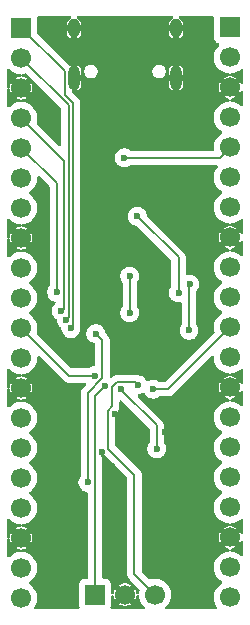
<source format=gbr>
%TF.GenerationSoftware,KiCad,Pcbnew,9.0.5*%
%TF.CreationDate,2025-12-04T18:44:12-08:00*%
%TF.ProjectId,devboard,64657662-6f61-4726-942e-6b696361645f,rev?*%
%TF.SameCoordinates,Original*%
%TF.FileFunction,Copper,L2,Bot*%
%TF.FilePolarity,Positive*%
%FSLAX46Y46*%
G04 Gerber Fmt 4.6, Leading zero omitted, Abs format (unit mm)*
G04 Created by KiCad (PCBNEW 9.0.5) date 2025-12-04 18:44:12*
%MOMM*%
%LPD*%
G01*
G04 APERTURE LIST*
%TA.AperFunction,ComponentPad*%
%ADD10R,1.700000X1.700000*%
%TD*%
%TA.AperFunction,ComponentPad*%
%ADD11C,1.700000*%
%TD*%
%TA.AperFunction,HeatsinkPad*%
%ADD12O,1.000000X2.100000*%
%TD*%
%TA.AperFunction,HeatsinkPad*%
%ADD13O,1.000000X1.600000*%
%TD*%
%TA.AperFunction,ViaPad*%
%ADD14C,0.600000*%
%TD*%
%TA.AperFunction,Conductor*%
%ADD15C,0.200000*%
%TD*%
G04 APERTURE END LIST*
D10*
%TO.P,J2,1,Pin_1*%
%TO.N,GPI00*%
X144490000Y-59140000D03*
D11*
%TO.P,J2,2,Pin_2*%
%TO.N,GPI01*%
X144490000Y-61680000D03*
%TO.P,J2,3,Pin_3*%
%TO.N,GND*%
X144490000Y-64220000D03*
%TO.P,J2,4,Pin_4*%
%TO.N,GPI02*%
X144490000Y-66760000D03*
%TO.P,J2,5,Pin_5*%
%TO.N,GPI03*%
X144490000Y-69300000D03*
%TO.P,J2,6,Pin_6*%
%TO.N,GPI04*%
X144490000Y-71840000D03*
%TO.P,J2,7,Pin_7*%
%TO.N,GPI05*%
X144490000Y-74380000D03*
%TO.P,J2,8,Pin_8*%
%TO.N,GND*%
X144490000Y-76920000D03*
%TO.P,J2,9,Pin_9*%
%TO.N,GPI06*%
X144490000Y-79460000D03*
%TO.P,J2,10,Pin_10*%
%TO.N,GPI07*%
X144490000Y-82000000D03*
%TO.P,J2,11,Pin_11*%
%TO.N,GPI08*%
X144490000Y-84540000D03*
%TO.P,J2,12,Pin_12*%
%TO.N,GPI09*%
X144490000Y-87080000D03*
%TO.P,J2,13,Pin_13*%
%TO.N,GND*%
X144490000Y-89620000D03*
%TO.P,J2,14,Pin_14*%
%TO.N,PGI010*%
X144490000Y-92160000D03*
%TO.P,J2,15,Pin_15*%
%TO.N,GPI011*%
X144490000Y-94700000D03*
%TO.P,J2,16,Pin_16*%
%TO.N,GPI012*%
X144490000Y-97240000D03*
%TO.P,J2,17,Pin_17*%
%TO.N,GPI013*%
X144490000Y-99780000D03*
%TO.P,J2,18,Pin_18*%
%TO.N,GND*%
X144490000Y-102320000D03*
%TO.P,J2,19,Pin_19*%
%TO.N,GPI014*%
X144490000Y-104860000D03*
%TO.P,J2,20,Pin_20*%
%TO.N,GPI015*%
X144490000Y-107400000D03*
%TD*%
D10*
%TO.P,J4,1,Pin_1*%
%TO.N,SWCLK*%
X150740000Y-107120000D03*
D11*
%TO.P,J4,2,Pin_2*%
%TO.N,GND*%
X153280000Y-107120000D03*
%TO.P,J4,3,Pin_3*%
%TO.N,SWD*%
X155820000Y-107120000D03*
%TD*%
D10*
%TO.P,J3,1,Pin_1*%
%TO.N,VBUS*%
X162170000Y-59100000D03*
D11*
%TO.P,J3,2,Pin_2*%
%TO.N,GPI029_ADC3*%
X162170000Y-61640000D03*
%TO.P,J3,3,Pin_3*%
%TO.N,GND*%
X162170000Y-64180000D03*
%TO.P,J3,4,Pin_4*%
%TO.N,GPI028_ADC2*%
X162170000Y-66720000D03*
%TO.P,J3,5,Pin_5*%
%TO.N,+3V3*%
X162170000Y-69260000D03*
%TO.P,J3,6,Pin_6*%
%TO.N,GPIO27_ADC1*%
X162170000Y-71800000D03*
%TO.P,J3,7,Pin_7*%
%TO.N,GPI026_ADCO*%
X162170000Y-74340000D03*
%TO.P,J3,8,Pin_8*%
%TO.N,GND*%
X162170000Y-76880000D03*
%TO.P,J3,9,Pin_9*%
%TO.N,GPI024*%
X162170000Y-79420000D03*
%TO.P,J3,10,Pin_10*%
%TO.N,GPI023*%
X162170000Y-81960000D03*
%TO.P,J3,11,Pin_11*%
%TO.N,RUN*%
X162170000Y-84500000D03*
%TO.P,J3,12,Pin_12*%
%TO.N,GPI022*%
X162170000Y-87040000D03*
%TO.P,J3,13,Pin_13*%
%TO.N,GND*%
X162170000Y-89580000D03*
%TO.P,J3,14,Pin_14*%
%TO.N,GPI021*%
X162170000Y-92120000D03*
%TO.P,J3,15,Pin_15*%
%TO.N,GPI020*%
X162170000Y-94660000D03*
%TO.P,J3,16,Pin_16*%
%TO.N,GPI019*%
X162170000Y-97200000D03*
%TO.P,J3,17,Pin_17*%
%TO.N,GPI018*%
X162170000Y-99740000D03*
%TO.P,J3,18,Pin_18*%
%TO.N,GND*%
X162170000Y-102280000D03*
%TO.P,J3,19,Pin_19*%
%TO.N,GPI017*%
X162170000Y-104820000D03*
%TO.P,J3,20,Pin_20*%
%TO.N,GPI016*%
X162170000Y-107360000D03*
%TD*%
D12*
%TO.P,J1,S1,SHIELD*%
%TO.N,GND*%
X157600000Y-63360000D03*
D13*
X157600000Y-59180000D03*
D12*
X148960000Y-63360000D03*
D13*
X148960000Y-59180000D03*
%TD*%
D14*
%TO.N,+3V3*%
X153220000Y-70140000D03*
X154320735Y-75079265D03*
X157810000Y-81570000D03*
X153670000Y-80141473D03*
X153670000Y-83246176D03*
%TO.N,GND*%
X152470000Y-91800000D03*
X155180000Y-68170000D03*
X154970000Y-94130000D03*
X151340000Y-95071472D03*
X156771765Y-80396765D03*
X158767739Y-58987739D03*
X152190000Y-96238295D03*
X152910000Y-68160000D03*
X146780000Y-88420000D03*
X156630000Y-93390000D03*
X156790000Y-81160000D03*
%TO.N,XIN*%
X152979622Y-89721000D03*
X155970000Y-94760000D03*
%TO.N,GPI02*%
X147894000Y-83100000D03*
%TO.N,GPI01*%
X148295000Y-83842784D03*
%TO.N,GPI00*%
X148696000Y-84579713D03*
%TO.N,GPI08*%
X150770000Y-88570000D03*
%TO.N,GPI03*%
X147493000Y-81510000D03*
%TO.N,GPI029_ADC3*%
X158699735Y-84741735D03*
X158778000Y-80820000D03*
%TO.N,RUN*%
X155660000Y-89720000D03*
%TO.N,SWD*%
X154343152Y-89346848D03*
%TO.N,SWCLK*%
X151609236Y-89429237D03*
%TO.N,QSPI_SS*%
X150140000Y-97610000D03*
X150810000Y-85020000D03*
%TD*%
D15*
%TO.N,+3V3*%
X157810000Y-78568530D02*
X157810000Y-81570000D01*
X153670000Y-80141473D02*
X153670000Y-83246176D01*
X154320735Y-75079265D02*
X157810000Y-78568530D01*
X161290000Y-70140000D02*
X153220000Y-70140000D01*
X162170000Y-69260000D02*
X161290000Y-70140000D01*
%TO.N,GND*%
X146680000Y-88520000D02*
X145590000Y-88520000D01*
X152910000Y-68160000D02*
X155170000Y-68160000D01*
X155170000Y-68160000D02*
X155180000Y-68170000D01*
X151340000Y-95388295D02*
X152190000Y-96238295D01*
X145590000Y-88520000D02*
X144490000Y-89620000D01*
X146780000Y-88420000D02*
X146680000Y-88520000D01*
X151340000Y-95071472D02*
X151340000Y-95388295D01*
%TO.N,XIN*%
X152979622Y-89800622D02*
X152979622Y-89721000D01*
X155970000Y-94760000D02*
X155970000Y-92791000D01*
X155970000Y-92791000D02*
X152979622Y-89800622D01*
%TO.N,GPI02*%
X144490000Y-66760000D02*
X148094000Y-70364000D01*
X148094000Y-70364000D02*
X148094000Y-82900000D01*
X148094000Y-82900000D02*
X147894000Y-83100000D01*
%TO.N,GPI01*%
X148495000Y-65685000D02*
X148495000Y-83642784D01*
X144490000Y-61680000D02*
X148495000Y-65685000D01*
X148495000Y-83642784D02*
X148295000Y-83842784D01*
%TO.N,GPI00*%
X148159000Y-62809000D02*
X148159000Y-64781900D01*
X148159000Y-64781900D02*
X148896000Y-65518900D01*
X148896000Y-65518900D02*
X148896000Y-84379713D01*
X144490000Y-59140000D02*
X148159000Y-62809000D01*
X148896000Y-84379713D02*
X148696000Y-84579713D01*
%TO.N,GPI08*%
X148520000Y-88570000D02*
X150770000Y-88570000D01*
X144490000Y-84540000D02*
X148520000Y-88570000D01*
%TO.N,GPI03*%
X147493000Y-72303000D02*
X147493000Y-81510000D01*
X144490000Y-69300000D02*
X147493000Y-72303000D01*
%TO.N,GPI029_ADC3*%
X158778000Y-80820000D02*
X158699735Y-80898265D01*
X158699735Y-80898265D02*
X158699735Y-84741735D01*
%TO.N,RUN*%
X156950000Y-89720000D02*
X155660000Y-89720000D01*
X162170000Y-84500000D02*
X156950000Y-89720000D01*
%TO.N,SWD*%
X154343152Y-89346848D02*
X154116304Y-89120000D01*
X151869000Y-94750529D02*
X154080000Y-96961529D01*
X152640000Y-89120000D02*
X152210236Y-89549764D01*
X151869000Y-91531057D02*
X151869000Y-94750529D01*
X152210236Y-91189821D02*
X151869000Y-91531057D01*
X152210236Y-89549764D02*
X152210236Y-91189821D01*
X154080000Y-96961529D02*
X154080000Y-105380000D01*
X154116304Y-89120000D02*
X152640000Y-89120000D01*
X155820000Y-107120000D02*
X154080000Y-105380000D01*
%TO.N,SWCLK*%
X150740000Y-90298473D02*
X151609236Y-89429237D01*
X150740000Y-92050000D02*
X150740000Y-90500000D01*
X150740000Y-90500000D02*
X150740000Y-90298473D01*
X150740000Y-107120000D02*
X150740000Y-92050000D01*
%TO.N,QSPI_SS*%
X151371000Y-88818943D02*
X151371000Y-85581000D01*
X150140000Y-90049943D02*
X151371000Y-88818943D01*
X151371000Y-85581000D02*
X150810000Y-85020000D01*
X150140000Y-97610000D02*
X150140000Y-90049943D01*
%TD*%
%TA.AperFunction,Conductor*%
%TO.N,GND*%
G36*
X146045703Y-86945385D02*
G01*
X146052181Y-86951417D01*
X148151284Y-89050520D01*
X148151286Y-89050521D01*
X148151290Y-89050524D01*
X148265853Y-89116666D01*
X148288216Y-89129577D01*
X148440943Y-89170501D01*
X148440945Y-89170501D01*
X148606654Y-89170501D01*
X148606670Y-89170500D01*
X149870845Y-89170500D01*
X149937884Y-89190185D01*
X149983639Y-89242989D01*
X149993583Y-89312147D01*
X149964558Y-89375703D01*
X149958526Y-89382181D01*
X149659481Y-89681225D01*
X149659479Y-89681227D01*
X149641299Y-89712716D01*
X149633615Y-89726027D01*
X149580423Y-89818158D01*
X149539499Y-89970886D01*
X149539499Y-89970888D01*
X149539499Y-90138989D01*
X149539500Y-90139002D01*
X149539500Y-97030234D01*
X149519815Y-97097273D01*
X149518602Y-97099125D01*
X149430609Y-97230814D01*
X149430602Y-97230827D01*
X149370264Y-97376498D01*
X149370261Y-97376510D01*
X149339500Y-97531153D01*
X149339500Y-97688846D01*
X149370261Y-97843489D01*
X149370264Y-97843501D01*
X149430602Y-97989172D01*
X149430609Y-97989185D01*
X149518210Y-98120288D01*
X149518213Y-98120292D01*
X149629707Y-98231786D01*
X149629711Y-98231789D01*
X149760814Y-98319390D01*
X149760827Y-98319397D01*
X149906498Y-98379735D01*
X149906503Y-98379737D01*
X150001112Y-98398556D01*
X150039691Y-98406230D01*
X150101602Y-98438615D01*
X150136176Y-98499330D01*
X150139500Y-98527847D01*
X150139500Y-105645500D01*
X150119815Y-105712539D01*
X150067011Y-105758294D01*
X150015501Y-105769500D01*
X149842130Y-105769500D01*
X149842123Y-105769501D01*
X149782516Y-105775908D01*
X149647671Y-105826202D01*
X149647664Y-105826206D01*
X149532455Y-105912452D01*
X149532452Y-105912455D01*
X149446206Y-106027664D01*
X149446202Y-106027671D01*
X149395908Y-106162517D01*
X149391179Y-106206506D01*
X149389501Y-106222123D01*
X149389500Y-106222135D01*
X149389500Y-108017870D01*
X149389501Y-108017876D01*
X149395908Y-108077483D01*
X149427494Y-108162167D01*
X149432478Y-108231858D01*
X149398993Y-108293182D01*
X149337670Y-108326666D01*
X149311312Y-108329500D01*
X145727352Y-108329500D01*
X145660313Y-108309815D01*
X145614558Y-108257011D01*
X145604614Y-108187853D01*
X145627034Y-108132614D01*
X145645051Y-108107816D01*
X145741557Y-107918412D01*
X145807246Y-107716243D01*
X145840500Y-107506287D01*
X145840500Y-107293713D01*
X145807246Y-107083757D01*
X145741557Y-106881588D01*
X145645051Y-106692184D01*
X145645049Y-106692181D01*
X145645048Y-106692179D01*
X145520109Y-106520213D01*
X145369786Y-106369890D01*
X145197820Y-106244951D01*
X145197115Y-106244591D01*
X145189054Y-106240485D01*
X145138259Y-106192512D01*
X145121463Y-106124692D01*
X145143999Y-106058556D01*
X145189054Y-106019515D01*
X145197816Y-106015051D01*
X145266776Y-105964949D01*
X145369786Y-105890109D01*
X145369788Y-105890106D01*
X145369792Y-105890104D01*
X145520104Y-105739792D01*
X145520106Y-105739788D01*
X145520109Y-105739786D01*
X145645048Y-105567820D01*
X145645047Y-105567820D01*
X145645051Y-105567816D01*
X145741557Y-105378412D01*
X145807246Y-105176243D01*
X145840500Y-104966287D01*
X145840500Y-104753713D01*
X145807246Y-104543757D01*
X145741557Y-104341588D01*
X145645051Y-104152184D01*
X145645049Y-104152181D01*
X145645048Y-104152179D01*
X145520109Y-103980213D01*
X145369786Y-103829890D01*
X145197820Y-103704951D01*
X145008414Y-103608444D01*
X145008413Y-103608443D01*
X145008412Y-103608443D01*
X144806243Y-103542754D01*
X144806241Y-103542753D01*
X144806240Y-103542753D01*
X144655356Y-103518855D01*
X144604720Y-103510835D01*
X144541586Y-103480907D01*
X144504655Y-103421595D01*
X144505653Y-103351733D01*
X144544263Y-103293500D01*
X144599928Y-103266746D01*
X144767097Y-103233493D01*
X144767105Y-103233491D01*
X144939992Y-103161879D01*
X144939998Y-103161876D01*
X144962971Y-103146525D01*
X144962972Y-103146524D01*
X144619410Y-102802962D01*
X144682993Y-102785925D01*
X144797007Y-102720099D01*
X144890099Y-102627007D01*
X144955925Y-102512993D01*
X144972962Y-102449410D01*
X145316524Y-102792972D01*
X145316525Y-102792971D01*
X145331876Y-102769998D01*
X145331879Y-102769992D01*
X145403491Y-102597105D01*
X145403493Y-102597097D01*
X145439999Y-102413571D01*
X145440000Y-102413569D01*
X145440000Y-102226430D01*
X145439999Y-102226428D01*
X145403493Y-102042902D01*
X145403491Y-102042894D01*
X145331879Y-101870007D01*
X145316524Y-101847027D01*
X144972962Y-102190589D01*
X144955925Y-102127007D01*
X144890099Y-102012993D01*
X144797007Y-101919901D01*
X144682993Y-101854075D01*
X144619409Y-101837037D01*
X144962972Y-101493474D01*
X144962971Y-101493473D01*
X144940002Y-101478126D01*
X144939990Y-101478119D01*
X144767105Y-101406508D01*
X144767099Y-101406506D01*
X144599927Y-101373253D01*
X144538016Y-101340868D01*
X144503442Y-101280152D01*
X144507182Y-101210382D01*
X144548049Y-101153711D01*
X144604718Y-101129164D01*
X144772032Y-101102664D01*
X144806238Y-101097247D01*
X144806238Y-101097246D01*
X144806243Y-101097246D01*
X145008412Y-101031557D01*
X145197816Y-100935051D01*
X145252876Y-100895048D01*
X145369786Y-100810109D01*
X145369788Y-100810106D01*
X145369792Y-100810104D01*
X145520104Y-100659792D01*
X145520106Y-100659788D01*
X145520109Y-100659786D01*
X145645048Y-100487820D01*
X145645047Y-100487820D01*
X145645051Y-100487816D01*
X145741557Y-100298412D01*
X145807246Y-100096243D01*
X145840500Y-99886287D01*
X145840500Y-99673713D01*
X145807246Y-99463757D01*
X145741557Y-99261588D01*
X145645051Y-99072184D01*
X145645049Y-99072181D01*
X145645048Y-99072179D01*
X145520109Y-98900213D01*
X145369786Y-98749890D01*
X145197820Y-98624951D01*
X145197115Y-98624591D01*
X145189054Y-98620485D01*
X145138259Y-98572512D01*
X145121463Y-98504692D01*
X145143999Y-98438556D01*
X145189054Y-98399515D01*
X145197816Y-98395051D01*
X145301950Y-98319394D01*
X145369786Y-98270109D01*
X145369788Y-98270106D01*
X145369792Y-98270104D01*
X145520104Y-98119792D01*
X145520106Y-98119788D01*
X145520109Y-98119786D01*
X145645048Y-97947820D01*
X145645047Y-97947820D01*
X145645051Y-97947816D01*
X145741557Y-97758412D01*
X145807246Y-97556243D01*
X145840500Y-97346287D01*
X145840500Y-97133713D01*
X145807246Y-96923757D01*
X145741557Y-96721588D01*
X145645051Y-96532184D01*
X145645049Y-96532181D01*
X145645048Y-96532179D01*
X145520109Y-96360213D01*
X145369786Y-96209890D01*
X145197820Y-96084951D01*
X145197115Y-96084591D01*
X145189054Y-96080485D01*
X145138259Y-96032512D01*
X145121463Y-95964692D01*
X145143999Y-95898556D01*
X145189054Y-95859515D01*
X145197816Y-95855051D01*
X145252876Y-95815048D01*
X145369786Y-95730109D01*
X145369788Y-95730106D01*
X145369792Y-95730104D01*
X145520104Y-95579792D01*
X145520106Y-95579788D01*
X145520109Y-95579786D01*
X145645048Y-95407820D01*
X145645047Y-95407820D01*
X145645051Y-95407816D01*
X145741557Y-95218412D01*
X145807246Y-95016243D01*
X145840500Y-94806287D01*
X145840500Y-94593713D01*
X145807246Y-94383757D01*
X145741557Y-94181588D01*
X145645051Y-93992184D01*
X145645049Y-93992181D01*
X145645048Y-93992179D01*
X145520109Y-93820213D01*
X145369786Y-93669890D01*
X145197820Y-93544951D01*
X145197115Y-93544591D01*
X145189054Y-93540485D01*
X145138259Y-93492512D01*
X145121463Y-93424692D01*
X145143999Y-93358556D01*
X145189054Y-93319515D01*
X145197816Y-93315051D01*
X145252876Y-93275048D01*
X145369786Y-93190109D01*
X145369788Y-93190106D01*
X145369792Y-93190104D01*
X145520104Y-93039792D01*
X145520106Y-93039788D01*
X145520109Y-93039786D01*
X145645048Y-92867820D01*
X145645047Y-92867820D01*
X145645051Y-92867816D01*
X145741557Y-92678412D01*
X145807246Y-92476243D01*
X145840500Y-92266287D01*
X145840500Y-92053713D01*
X145807246Y-91843757D01*
X145741557Y-91641588D01*
X145645051Y-91452184D01*
X145645049Y-91452181D01*
X145645048Y-91452179D01*
X145520109Y-91280213D01*
X145369786Y-91129890D01*
X145197820Y-91004951D01*
X145008414Y-90908444D01*
X145008413Y-90908443D01*
X145008412Y-90908443D01*
X144806243Y-90842754D01*
X144806241Y-90842753D01*
X144806240Y-90842753D01*
X144655356Y-90818855D01*
X144604720Y-90810835D01*
X144541586Y-90780907D01*
X144504655Y-90721595D01*
X144505653Y-90651733D01*
X144544263Y-90593500D01*
X144599928Y-90566746D01*
X144767097Y-90533493D01*
X144767105Y-90533491D01*
X144939992Y-90461879D01*
X144939998Y-90461876D01*
X144962971Y-90446525D01*
X144962972Y-90446524D01*
X144619410Y-90102962D01*
X144682993Y-90085925D01*
X144797007Y-90020099D01*
X144890099Y-89927007D01*
X144955925Y-89812993D01*
X144972962Y-89749410D01*
X145316524Y-90092972D01*
X145316525Y-90092971D01*
X145331876Y-90069998D01*
X145331879Y-90069992D01*
X145403491Y-89897105D01*
X145403493Y-89897097D01*
X145439999Y-89713571D01*
X145440000Y-89713569D01*
X145440000Y-89526430D01*
X145439999Y-89526428D01*
X145403493Y-89342902D01*
X145403491Y-89342894D01*
X145331879Y-89170007D01*
X145316524Y-89147027D01*
X144972962Y-89490589D01*
X144955925Y-89427007D01*
X144890099Y-89312993D01*
X144797007Y-89219901D01*
X144682993Y-89154075D01*
X144619409Y-89137037D01*
X144962972Y-88793474D01*
X144962971Y-88793473D01*
X144940002Y-88778126D01*
X144939990Y-88778119D01*
X144767105Y-88706508D01*
X144767099Y-88706506D01*
X144599927Y-88673253D01*
X144538016Y-88640868D01*
X144503442Y-88580152D01*
X144507182Y-88510382D01*
X144548049Y-88453711D01*
X144604718Y-88429164D01*
X144772032Y-88402664D01*
X144806238Y-88397247D01*
X144806238Y-88397246D01*
X144806243Y-88397246D01*
X145008412Y-88331557D01*
X145197816Y-88235051D01*
X145252876Y-88195048D01*
X145369786Y-88110109D01*
X145369788Y-88110106D01*
X145369792Y-88110104D01*
X145520104Y-87959792D01*
X145520106Y-87959788D01*
X145520109Y-87959786D01*
X145645048Y-87787820D01*
X145645047Y-87787820D01*
X145645051Y-87787816D01*
X145741557Y-87598412D01*
X145807246Y-87396243D01*
X145840500Y-87186287D01*
X145840500Y-87039098D01*
X145860185Y-86972059D01*
X145912989Y-86926304D01*
X145982147Y-86916360D01*
X146045703Y-86945385D01*
G37*
%TD.AperFunction*%
%TA.AperFunction,Conductor*%
G36*
X154389616Y-107137182D02*
G01*
X154446288Y-107178049D01*
X154470835Y-107234720D01*
X154502754Y-107436243D01*
X154553678Y-107592971D01*
X154568444Y-107638414D01*
X154664951Y-107827820D01*
X154789890Y-107999786D01*
X154907923Y-108117819D01*
X154941408Y-108179142D01*
X154936424Y-108248834D01*
X154894552Y-108304767D01*
X154829088Y-108329184D01*
X154820242Y-108329500D01*
X152168688Y-108329500D01*
X152101649Y-108309815D01*
X152055894Y-108257011D01*
X152045950Y-108187853D01*
X152052506Y-108162167D01*
X152063528Y-108132614D01*
X152084091Y-108077483D01*
X152090500Y-108017873D01*
X152090499Y-107268509D01*
X152110183Y-107201472D01*
X152162987Y-107155717D01*
X152232146Y-107145773D01*
X152295702Y-107174798D01*
X152333476Y-107233576D01*
X152336116Y-107244319D01*
X152366506Y-107397099D01*
X152366508Y-107397105D01*
X152438119Y-107569990D01*
X152438126Y-107570002D01*
X152453473Y-107592971D01*
X152453474Y-107592972D01*
X152797037Y-107249409D01*
X152814075Y-107312993D01*
X152879901Y-107427007D01*
X152972993Y-107520099D01*
X153087007Y-107585925D01*
X153150590Y-107602962D01*
X152807027Y-107946524D01*
X152807027Y-107946525D01*
X152830007Y-107961879D01*
X153002894Y-108033491D01*
X153002902Y-108033493D01*
X153186428Y-108069999D01*
X153186431Y-108070000D01*
X153373569Y-108070000D01*
X153373571Y-108069999D01*
X153557097Y-108033493D01*
X153557105Y-108033491D01*
X153729992Y-107961879D01*
X153729998Y-107961876D01*
X153752971Y-107946525D01*
X153752972Y-107946524D01*
X153409410Y-107602962D01*
X153472993Y-107585925D01*
X153587007Y-107520099D01*
X153680099Y-107427007D01*
X153745925Y-107312993D01*
X153762962Y-107249410D01*
X154106524Y-107592972D01*
X154106525Y-107592971D01*
X154121876Y-107569998D01*
X154121879Y-107569992D01*
X154193491Y-107397105D01*
X154193493Y-107397097D01*
X154226746Y-107229928D01*
X154259131Y-107168017D01*
X154319846Y-107133443D01*
X154389616Y-107137182D01*
G37*
%TD.AperFunction*%
%TA.AperFunction,Conductor*%
G36*
X160725398Y-86881953D02*
G01*
X160738834Y-86882914D01*
X160756560Y-86896184D01*
X160776703Y-86905383D01*
X160783985Y-86916714D01*
X160794767Y-86924786D01*
X160802504Y-86945531D01*
X160814477Y-86964161D01*
X160817628Y-86986079D01*
X160819184Y-86990250D01*
X160819500Y-86999096D01*
X160819500Y-87146286D01*
X160852753Y-87356239D01*
X160918444Y-87558414D01*
X161014951Y-87747820D01*
X161139890Y-87919786D01*
X161290213Y-88070109D01*
X161462179Y-88195048D01*
X161462181Y-88195049D01*
X161462184Y-88195051D01*
X161651588Y-88291557D01*
X161853757Y-88357246D01*
X161853760Y-88357246D01*
X161853761Y-88357247D01*
X161914004Y-88366788D01*
X162055279Y-88389164D01*
X162118412Y-88419092D01*
X162155344Y-88478403D01*
X162154346Y-88548266D01*
X162115737Y-88606499D01*
X162060072Y-88633253D01*
X161892900Y-88666506D01*
X161892894Y-88666508D01*
X161720005Y-88738121D01*
X161697027Y-88753473D01*
X161697027Y-88753474D01*
X162040591Y-89097037D01*
X161977007Y-89114075D01*
X161862993Y-89179901D01*
X161769901Y-89272993D01*
X161704075Y-89387007D01*
X161687037Y-89450590D01*
X161343474Y-89107027D01*
X161343473Y-89107027D01*
X161328121Y-89130005D01*
X161256508Y-89302894D01*
X161256506Y-89302902D01*
X161220000Y-89486428D01*
X161220000Y-89673571D01*
X161256506Y-89857097D01*
X161256508Y-89857105D01*
X161328119Y-90029990D01*
X161328126Y-90030002D01*
X161343473Y-90052971D01*
X161343474Y-90052972D01*
X161687037Y-89709409D01*
X161704075Y-89772993D01*
X161769901Y-89887007D01*
X161862993Y-89980099D01*
X161977007Y-90045925D01*
X162040590Y-90062962D01*
X161697027Y-90406524D01*
X161697027Y-90406525D01*
X161720007Y-90421879D01*
X161892894Y-90493491D01*
X161892902Y-90493493D01*
X162060071Y-90526746D01*
X162121982Y-90559131D01*
X162156556Y-90619846D01*
X162152817Y-90689616D01*
X162111950Y-90746288D01*
X162055278Y-90770836D01*
X161853760Y-90802753D01*
X161651585Y-90868444D01*
X161462179Y-90964951D01*
X161290213Y-91089890D01*
X161139890Y-91240213D01*
X161014951Y-91412179D01*
X160918444Y-91601585D01*
X160852753Y-91803760D01*
X160846418Y-91843760D01*
X160819500Y-92013713D01*
X160819500Y-92226287D01*
X160852754Y-92436243D01*
X160892710Y-92559215D01*
X160918444Y-92638414D01*
X161014951Y-92827820D01*
X161139890Y-92999786D01*
X161290213Y-93150109D01*
X161462182Y-93275050D01*
X161470946Y-93279516D01*
X161521742Y-93327491D01*
X161538536Y-93395312D01*
X161515998Y-93461447D01*
X161470946Y-93500484D01*
X161462182Y-93504949D01*
X161290213Y-93629890D01*
X161139890Y-93780213D01*
X161014951Y-93952179D01*
X160918444Y-94141585D01*
X160852753Y-94343760D01*
X160821971Y-94538113D01*
X160819500Y-94553713D01*
X160819500Y-94766287D01*
X160852754Y-94976243D01*
X160905697Y-95139185D01*
X160918444Y-95178414D01*
X161014951Y-95367820D01*
X161139890Y-95539786D01*
X161290213Y-95690109D01*
X161462182Y-95815050D01*
X161470946Y-95819516D01*
X161521742Y-95867491D01*
X161538536Y-95935312D01*
X161515998Y-96001447D01*
X161470946Y-96040484D01*
X161462182Y-96044949D01*
X161290213Y-96169890D01*
X161139890Y-96320213D01*
X161014951Y-96492179D01*
X160918444Y-96681585D01*
X160852753Y-96883760D01*
X160846418Y-96923760D01*
X160819500Y-97093713D01*
X160819500Y-97306287D01*
X160852754Y-97516243D01*
X160908836Y-97688846D01*
X160918444Y-97718414D01*
X161014951Y-97907820D01*
X161139890Y-98079786D01*
X161290213Y-98230109D01*
X161462182Y-98355050D01*
X161470946Y-98359516D01*
X161521742Y-98407491D01*
X161538536Y-98475312D01*
X161515998Y-98541447D01*
X161470946Y-98580484D01*
X161462182Y-98584949D01*
X161290213Y-98709890D01*
X161139890Y-98860213D01*
X161014951Y-99032179D01*
X160918444Y-99221585D01*
X160852753Y-99423760D01*
X160819500Y-99633713D01*
X160819500Y-99846286D01*
X160852753Y-100056239D01*
X160918444Y-100258414D01*
X161014951Y-100447820D01*
X161139890Y-100619786D01*
X161290213Y-100770109D01*
X161462179Y-100895048D01*
X161462181Y-100895049D01*
X161462184Y-100895051D01*
X161651588Y-100991557D01*
X161853757Y-101057246D01*
X161853760Y-101057246D01*
X161853761Y-101057247D01*
X161914004Y-101066788D01*
X162055279Y-101089164D01*
X162118412Y-101119092D01*
X162155344Y-101178403D01*
X162154346Y-101248266D01*
X162115737Y-101306499D01*
X162060072Y-101333253D01*
X161892900Y-101366506D01*
X161892894Y-101366508D01*
X161720005Y-101438121D01*
X161697027Y-101453473D01*
X161697027Y-101453474D01*
X162040591Y-101797037D01*
X161977007Y-101814075D01*
X161862993Y-101879901D01*
X161769901Y-101972993D01*
X161704075Y-102087007D01*
X161687037Y-102150590D01*
X161343474Y-101807027D01*
X161343473Y-101807027D01*
X161328121Y-101830005D01*
X161256508Y-102002894D01*
X161256506Y-102002902D01*
X161220000Y-102186428D01*
X161220000Y-102373571D01*
X161256506Y-102557097D01*
X161256508Y-102557105D01*
X161328119Y-102729990D01*
X161328126Y-102730002D01*
X161343473Y-102752971D01*
X161343474Y-102752972D01*
X161687037Y-102409409D01*
X161704075Y-102472993D01*
X161769901Y-102587007D01*
X161862993Y-102680099D01*
X161977007Y-102745925D01*
X162040590Y-102762962D01*
X161697027Y-103106524D01*
X161697027Y-103106525D01*
X161720007Y-103121879D01*
X161892894Y-103193491D01*
X161892902Y-103193493D01*
X162060071Y-103226746D01*
X162121982Y-103259131D01*
X162156556Y-103319846D01*
X162152817Y-103389616D01*
X162111950Y-103446288D01*
X162055278Y-103470836D01*
X161853760Y-103502753D01*
X161651585Y-103568444D01*
X161462179Y-103664951D01*
X161290213Y-103789890D01*
X161139890Y-103940213D01*
X161014951Y-104112179D01*
X160918444Y-104301585D01*
X160852753Y-104503760D01*
X160846418Y-104543760D01*
X160819500Y-104713713D01*
X160819500Y-104926287D01*
X160852754Y-105136243D01*
X160906267Y-105300939D01*
X160918444Y-105338414D01*
X161014951Y-105527820D01*
X161139890Y-105699786D01*
X161290213Y-105850109D01*
X161462182Y-105975050D01*
X161470946Y-105979516D01*
X161521742Y-106027491D01*
X161538536Y-106095312D01*
X161515998Y-106161447D01*
X161470946Y-106200484D01*
X161462182Y-106204949D01*
X161290213Y-106329890D01*
X161139890Y-106480213D01*
X161014951Y-106652179D01*
X160918444Y-106841585D01*
X160852753Y-107043760D01*
X160840678Y-107119999D01*
X160819500Y-107253713D01*
X160819500Y-107466287D01*
X160852754Y-107676243D01*
X160902003Y-107827816D01*
X160918444Y-107878414D01*
X161014951Y-108067820D01*
X161062027Y-108132615D01*
X161085507Y-108198422D01*
X161069681Y-108266475D01*
X161019575Y-108315170D01*
X160961709Y-108329500D01*
X156819758Y-108329500D01*
X156752719Y-108309815D01*
X156706964Y-108257011D01*
X156697020Y-108187853D01*
X156726045Y-108124297D01*
X156732077Y-108117819D01*
X156782080Y-108067816D01*
X156850104Y-107999792D01*
X156850106Y-107999788D01*
X156850109Y-107999786D01*
X156975048Y-107827820D01*
X156975047Y-107827820D01*
X156975051Y-107827816D01*
X157071557Y-107638412D01*
X157137246Y-107436243D01*
X157170500Y-107226287D01*
X157170500Y-107013713D01*
X157137246Y-106803757D01*
X157071557Y-106601588D01*
X156975051Y-106412184D01*
X156975049Y-106412181D01*
X156975048Y-106412179D01*
X156850109Y-106240213D01*
X156699786Y-106089890D01*
X156527820Y-105964951D01*
X156338414Y-105868444D01*
X156338413Y-105868443D01*
X156338412Y-105868443D01*
X156136243Y-105802754D01*
X156136241Y-105802753D01*
X156136240Y-105802753D01*
X155974957Y-105777208D01*
X155926287Y-105769500D01*
X155713713Y-105769500D01*
X155685006Y-105774046D01*
X155503757Y-105802753D01*
X155461473Y-105816492D01*
X155391632Y-105818486D01*
X155335476Y-105786241D01*
X154716819Y-105167583D01*
X154683334Y-105106260D01*
X154680500Y-105079902D01*
X154680500Y-96882474D01*
X154680500Y-96882472D01*
X154639577Y-96729745D01*
X154639577Y-96729744D01*
X154639577Y-96729743D01*
X154610639Y-96679624D01*
X154610637Y-96679621D01*
X154564550Y-96599794D01*
X154560520Y-96592813D01*
X154448716Y-96481009D01*
X154448715Y-96481008D01*
X154444385Y-96476678D01*
X154444374Y-96476668D01*
X152505819Y-94538113D01*
X152472334Y-94476790D01*
X152469500Y-94450432D01*
X152469500Y-91831154D01*
X152489185Y-91764115D01*
X152505819Y-91743473D01*
X152690756Y-91558537D01*
X152769813Y-91421605D01*
X152810737Y-91268878D01*
X152810737Y-91110763D01*
X152810737Y-91103168D01*
X152810736Y-91103150D01*
X152810736Y-90780333D01*
X152830421Y-90713294D01*
X152883225Y-90667539D01*
X152952383Y-90657595D01*
X153015939Y-90686620D01*
X153022417Y-90692652D01*
X155333181Y-93003416D01*
X155366666Y-93064739D01*
X155369500Y-93091097D01*
X155369500Y-94180234D01*
X155349815Y-94247273D01*
X155348602Y-94249125D01*
X155260609Y-94380814D01*
X155260602Y-94380827D01*
X155200264Y-94526498D01*
X155200261Y-94526510D01*
X155169500Y-94681153D01*
X155169500Y-94838846D01*
X155200261Y-94993489D01*
X155200264Y-94993501D01*
X155260602Y-95139172D01*
X155260609Y-95139185D01*
X155348210Y-95270288D01*
X155348213Y-95270292D01*
X155459707Y-95381786D01*
X155459711Y-95381789D01*
X155590814Y-95469390D01*
X155590827Y-95469397D01*
X155736498Y-95529735D01*
X155736503Y-95529737D01*
X155891153Y-95560499D01*
X155891156Y-95560500D01*
X155891158Y-95560500D01*
X156048844Y-95560500D01*
X156048845Y-95560499D01*
X156203497Y-95529737D01*
X156349179Y-95469394D01*
X156480289Y-95381789D01*
X156591789Y-95270289D01*
X156679394Y-95139179D01*
X156739737Y-94993497D01*
X156770500Y-94838842D01*
X156770500Y-94681158D01*
X156770500Y-94681155D01*
X156770499Y-94681153D01*
X156739738Y-94526510D01*
X156739737Y-94526503D01*
X156729502Y-94501794D01*
X156679397Y-94380827D01*
X156679390Y-94380814D01*
X156591398Y-94249125D01*
X156570520Y-94182447D01*
X156570500Y-94180234D01*
X156570500Y-92711944D01*
X156570500Y-92711943D01*
X156561515Y-92678412D01*
X156529577Y-92559215D01*
X156481673Y-92476243D01*
X156450520Y-92422284D01*
X156338716Y-92310480D01*
X156338715Y-92310479D01*
X156334385Y-92306149D01*
X156334374Y-92306139D01*
X154380505Y-90352270D01*
X154347020Y-90290947D01*
X154352004Y-90221255D01*
X154393876Y-90165322D01*
X154443995Y-90142972D01*
X154488696Y-90134079D01*
X154576649Y-90116585D01*
X154722331Y-90056242D01*
X154761560Y-90030030D01*
X154828237Y-90009151D01*
X154895617Y-90027635D01*
X154942308Y-90079613D01*
X154945012Y-90085676D01*
X154950603Y-90099173D01*
X154950609Y-90099185D01*
X155038210Y-90230288D01*
X155038213Y-90230292D01*
X155149707Y-90341786D01*
X155149711Y-90341789D01*
X155280814Y-90429390D01*
X155280827Y-90429397D01*
X155359247Y-90461879D01*
X155426503Y-90489737D01*
X155524375Y-90509205D01*
X155581153Y-90520499D01*
X155581156Y-90520500D01*
X155581158Y-90520500D01*
X155738844Y-90520500D01*
X155738845Y-90520499D01*
X155893497Y-90489737D01*
X156039179Y-90429394D01*
X156050426Y-90421879D01*
X156170875Y-90341398D01*
X156237553Y-90320520D01*
X156239766Y-90320500D01*
X156863331Y-90320500D01*
X156863347Y-90320501D01*
X156870943Y-90320501D01*
X157029054Y-90320501D01*
X157029057Y-90320501D01*
X157181785Y-90279577D01*
X157231904Y-90250639D01*
X157318716Y-90200520D01*
X157430520Y-90088716D01*
X157430520Y-90088714D01*
X157440728Y-90078507D01*
X157440729Y-90078504D01*
X160607821Y-86911413D01*
X160627255Y-86900802D01*
X160643989Y-86886302D01*
X160657320Y-86884385D01*
X160669142Y-86877930D01*
X160691228Y-86879509D01*
X160713147Y-86876358D01*
X160725398Y-86881953D01*
G37*
%TD.AperFunction*%
%TA.AperFunction,Conductor*%
G36*
X151545703Y-95276913D02*
G01*
X151552181Y-95282945D01*
X153443181Y-97173945D01*
X153476666Y-97235268D01*
X153479500Y-97261626D01*
X153479500Y-105293330D01*
X153479499Y-105293348D01*
X153479499Y-105459054D01*
X153479498Y-105459054D01*
X153520423Y-105611785D01*
X153549358Y-105661900D01*
X153549359Y-105661904D01*
X153549360Y-105661904D01*
X153599479Y-105748714D01*
X153599481Y-105748717D01*
X153718349Y-105867585D01*
X153718355Y-105867590D01*
X154486241Y-106635476D01*
X154519726Y-106696799D01*
X154516492Y-106761473D01*
X154502753Y-106803757D01*
X154470836Y-107005278D01*
X154440907Y-107068413D01*
X154381595Y-107105344D01*
X154311733Y-107104346D01*
X154253500Y-107065736D01*
X154226746Y-107010071D01*
X154193493Y-106842902D01*
X154193491Y-106842894D01*
X154121879Y-106670007D01*
X154106524Y-106647027D01*
X153762962Y-106990589D01*
X153745925Y-106927007D01*
X153680099Y-106812993D01*
X153587007Y-106719901D01*
X153472993Y-106654075D01*
X153409409Y-106637037D01*
X153752972Y-106293474D01*
X153752971Y-106293473D01*
X153730002Y-106278126D01*
X153729990Y-106278119D01*
X153557105Y-106206508D01*
X153557097Y-106206506D01*
X153373570Y-106170000D01*
X153186430Y-106170000D01*
X153002902Y-106206506D01*
X153002894Y-106206508D01*
X152830005Y-106278121D01*
X152807027Y-106293473D01*
X152807027Y-106293474D01*
X153150591Y-106637037D01*
X153087007Y-106654075D01*
X152972993Y-106719901D01*
X152879901Y-106812993D01*
X152814075Y-106927007D01*
X152797037Y-106990590D01*
X152453474Y-106647027D01*
X152453473Y-106647027D01*
X152438121Y-106670005D01*
X152366508Y-106842894D01*
X152366506Y-106842900D01*
X152336116Y-106995681D01*
X152303731Y-107057592D01*
X152243015Y-107092166D01*
X152173246Y-107088426D01*
X152116574Y-107047559D01*
X152090992Y-106982541D01*
X152090499Y-106971489D01*
X152090499Y-106222129D01*
X152090498Y-106222123D01*
X152090497Y-106222116D01*
X152084091Y-106162517D01*
X152080359Y-106152512D01*
X152033797Y-106027671D01*
X152033793Y-106027664D01*
X151947547Y-105912455D01*
X151947544Y-105912452D01*
X151832335Y-105826206D01*
X151832328Y-105826202D01*
X151697482Y-105775908D01*
X151697483Y-105775908D01*
X151637883Y-105769501D01*
X151637881Y-105769500D01*
X151637873Y-105769500D01*
X151637865Y-105769500D01*
X151464500Y-105769500D01*
X151397461Y-105749815D01*
X151351706Y-105697011D01*
X151340500Y-105645500D01*
X151340500Y-95370626D01*
X151360185Y-95303587D01*
X151412989Y-95257832D01*
X151482147Y-95247888D01*
X151545703Y-95276913D01*
G37*
%TD.AperFunction*%
%TA.AperFunction,Conductor*%
G36*
X143505703Y-102374800D02*
G01*
X143543477Y-102433578D01*
X143546117Y-102444322D01*
X143576506Y-102597097D01*
X143576508Y-102597105D01*
X143648119Y-102769990D01*
X143648126Y-102770002D01*
X143663473Y-102792971D01*
X143663474Y-102792972D01*
X144007037Y-102449409D01*
X144024075Y-102512993D01*
X144089901Y-102627007D01*
X144182993Y-102720099D01*
X144297007Y-102785925D01*
X144360590Y-102802962D01*
X144017027Y-103146524D01*
X144017027Y-103146525D01*
X144040007Y-103161879D01*
X144212894Y-103233491D01*
X144212902Y-103233493D01*
X144380071Y-103266746D01*
X144441982Y-103299131D01*
X144476556Y-103359846D01*
X144472817Y-103429616D01*
X144431950Y-103486288D01*
X144375278Y-103510836D01*
X144173760Y-103542753D01*
X143971585Y-103608444D01*
X143782179Y-103704951D01*
X143610213Y-103829890D01*
X143610209Y-103829894D01*
X143512181Y-103927923D01*
X143450858Y-103961408D01*
X143381166Y-103956424D01*
X143325233Y-103914552D01*
X143300816Y-103849088D01*
X143300500Y-103840242D01*
X143300500Y-102468513D01*
X143320185Y-102401474D01*
X143372989Y-102355719D01*
X143442147Y-102345775D01*
X143505703Y-102374800D01*
G37*
%TD.AperFunction*%
%TA.AperFunction,Conductor*%
G36*
X162996524Y-102752972D02*
G01*
X162996525Y-102752971D01*
X163011876Y-102729998D01*
X163011881Y-102729989D01*
X163060939Y-102611553D01*
X163104780Y-102557149D01*
X163171074Y-102535084D01*
X163238773Y-102552363D01*
X163286384Y-102603500D01*
X163299500Y-102659005D01*
X163299500Y-103740242D01*
X163279815Y-103807281D01*
X163227011Y-103853036D01*
X163157853Y-103862980D01*
X163094297Y-103833955D01*
X163087819Y-103827923D01*
X163049786Y-103789890D01*
X162877820Y-103664951D01*
X162688414Y-103568444D01*
X162688413Y-103568443D01*
X162688412Y-103568443D01*
X162486243Y-103502754D01*
X162486241Y-103502753D01*
X162486240Y-103502753D01*
X162335356Y-103478855D01*
X162284720Y-103470835D01*
X162221586Y-103440907D01*
X162184655Y-103381595D01*
X162185653Y-103311733D01*
X162224263Y-103253500D01*
X162279928Y-103226746D01*
X162447097Y-103193493D01*
X162447105Y-103193491D01*
X162619992Y-103121879D01*
X162619998Y-103121876D01*
X162642971Y-103106525D01*
X162642972Y-103106524D01*
X162299410Y-102762962D01*
X162362993Y-102745925D01*
X162477007Y-102680099D01*
X162570099Y-102587007D01*
X162635925Y-102472993D01*
X162652962Y-102409410D01*
X162996524Y-102752972D01*
G37*
%TD.AperFunction*%
%TA.AperFunction,Conductor*%
G36*
X143505703Y-100706045D02*
G01*
X143512181Y-100712077D01*
X143610213Y-100810109D01*
X143782179Y-100935048D01*
X143782181Y-100935049D01*
X143782184Y-100935051D01*
X143971588Y-101031557D01*
X144173757Y-101097246D01*
X144173760Y-101097246D01*
X144173761Y-101097247D01*
X144234004Y-101106788D01*
X144375279Y-101129164D01*
X144438412Y-101159092D01*
X144475344Y-101218403D01*
X144474346Y-101288266D01*
X144435737Y-101346499D01*
X144380072Y-101373253D01*
X144212900Y-101406506D01*
X144212894Y-101406508D01*
X144040005Y-101478121D01*
X144017027Y-101493473D01*
X144017027Y-101493474D01*
X144360591Y-101837037D01*
X144297007Y-101854075D01*
X144182993Y-101919901D01*
X144089901Y-102012993D01*
X144024075Y-102127007D01*
X144007037Y-102190590D01*
X143663474Y-101847027D01*
X143663473Y-101847027D01*
X143648121Y-101870005D01*
X143576508Y-102042894D01*
X143576506Y-102042902D01*
X143546117Y-102195677D01*
X143513732Y-102257588D01*
X143453016Y-102292162D01*
X143383247Y-102288423D01*
X143326575Y-102247556D01*
X143300994Y-102182538D01*
X143300500Y-102171486D01*
X143300500Y-100799758D01*
X143320185Y-100732719D01*
X143372989Y-100686964D01*
X143442147Y-100677020D01*
X143505703Y-100706045D01*
G37*
%TD.AperFunction*%
%TA.AperFunction,Conductor*%
G36*
X163218834Y-100703576D02*
G01*
X163274767Y-100745448D01*
X163299184Y-100810912D01*
X163299500Y-100819758D01*
X163299500Y-101900994D01*
X163279815Y-101968033D01*
X163227011Y-102013788D01*
X163157853Y-102023732D01*
X163094297Y-101994707D01*
X163060939Y-101948447D01*
X163011879Y-101830007D01*
X162996524Y-101807027D01*
X162652962Y-102150589D01*
X162635925Y-102087007D01*
X162570099Y-101972993D01*
X162477007Y-101879901D01*
X162362993Y-101814075D01*
X162299409Y-101797037D01*
X162642972Y-101453474D01*
X162642971Y-101453473D01*
X162620002Y-101438126D01*
X162619990Y-101438119D01*
X162447105Y-101366508D01*
X162447099Y-101366506D01*
X162279927Y-101333253D01*
X162218016Y-101300868D01*
X162183442Y-101240152D01*
X162187182Y-101170382D01*
X162228049Y-101113711D01*
X162284718Y-101089164D01*
X162452032Y-101062664D01*
X162486238Y-101057247D01*
X162486238Y-101057246D01*
X162486243Y-101057246D01*
X162688412Y-100991557D01*
X162877816Y-100895051D01*
X162981449Y-100819758D01*
X163049786Y-100770109D01*
X163049788Y-100770106D01*
X163049792Y-100770104D01*
X163087819Y-100732077D01*
X163149142Y-100698592D01*
X163218834Y-100703576D01*
G37*
%TD.AperFunction*%
%TA.AperFunction,Conductor*%
G36*
X143505703Y-89674800D02*
G01*
X143543477Y-89733578D01*
X143546117Y-89744322D01*
X143576506Y-89897097D01*
X143576508Y-89897105D01*
X143648119Y-90069990D01*
X143648126Y-90070002D01*
X143663473Y-90092971D01*
X143663474Y-90092972D01*
X144007037Y-89749409D01*
X144024075Y-89812993D01*
X144089901Y-89927007D01*
X144182993Y-90020099D01*
X144297007Y-90085925D01*
X144360590Y-90102962D01*
X144017027Y-90446524D01*
X144017027Y-90446525D01*
X144040007Y-90461879D01*
X144212894Y-90533491D01*
X144212902Y-90533493D01*
X144380071Y-90566746D01*
X144441982Y-90599131D01*
X144476556Y-90659846D01*
X144472817Y-90729616D01*
X144431950Y-90786288D01*
X144375278Y-90810836D01*
X144173760Y-90842753D01*
X143971585Y-90908444D01*
X143782179Y-91004951D01*
X143610213Y-91129890D01*
X143610209Y-91129894D01*
X143512181Y-91227923D01*
X143450858Y-91261408D01*
X143381166Y-91256424D01*
X143325233Y-91214552D01*
X143300816Y-91149088D01*
X143300500Y-91140242D01*
X143300500Y-89768513D01*
X143320185Y-89701474D01*
X143372989Y-89655719D01*
X143442147Y-89645775D01*
X143505703Y-89674800D01*
G37*
%TD.AperFunction*%
%TA.AperFunction,Conductor*%
G36*
X162996524Y-90052972D02*
G01*
X162996525Y-90052971D01*
X163011876Y-90029998D01*
X163011881Y-90029989D01*
X163060939Y-89911553D01*
X163104780Y-89857149D01*
X163171074Y-89835084D01*
X163238773Y-89852363D01*
X163286384Y-89903500D01*
X163299500Y-89959005D01*
X163299500Y-91040242D01*
X163279815Y-91107281D01*
X163227011Y-91153036D01*
X163157853Y-91162980D01*
X163094297Y-91133955D01*
X163087819Y-91127923D01*
X163049786Y-91089890D01*
X162877820Y-90964951D01*
X162688414Y-90868444D01*
X162688413Y-90868443D01*
X162688412Y-90868443D01*
X162486243Y-90802754D01*
X162486241Y-90802753D01*
X162486240Y-90802753D01*
X162335356Y-90778855D01*
X162284720Y-90770835D01*
X162221586Y-90740907D01*
X162184655Y-90681595D01*
X162185653Y-90611733D01*
X162224263Y-90553500D01*
X162279928Y-90526746D01*
X162447097Y-90493493D01*
X162447105Y-90493491D01*
X162619992Y-90421879D01*
X162619998Y-90421876D01*
X162642971Y-90406525D01*
X162642972Y-90406524D01*
X162299410Y-90062962D01*
X162362993Y-90045925D01*
X162477007Y-89980099D01*
X162570099Y-89887007D01*
X162635925Y-89772993D01*
X162652962Y-89709410D01*
X162996524Y-90052972D01*
G37*
%TD.AperFunction*%
%TA.AperFunction,Conductor*%
G36*
X143505703Y-88006045D02*
G01*
X143512181Y-88012077D01*
X143610213Y-88110109D01*
X143782179Y-88235048D01*
X143782181Y-88235049D01*
X143782184Y-88235051D01*
X143971588Y-88331557D01*
X144173757Y-88397246D01*
X144173760Y-88397246D01*
X144173761Y-88397247D01*
X144234004Y-88406788D01*
X144375279Y-88429164D01*
X144438412Y-88459092D01*
X144475344Y-88518403D01*
X144474346Y-88588266D01*
X144435737Y-88646499D01*
X144380072Y-88673253D01*
X144212900Y-88706506D01*
X144212894Y-88706508D01*
X144040005Y-88778121D01*
X144017027Y-88793473D01*
X144017027Y-88793474D01*
X144360591Y-89137037D01*
X144297007Y-89154075D01*
X144182993Y-89219901D01*
X144089901Y-89312993D01*
X144024075Y-89427007D01*
X144007037Y-89490590D01*
X143663474Y-89147027D01*
X143663473Y-89147027D01*
X143648121Y-89170005D01*
X143576508Y-89342894D01*
X143576506Y-89342902D01*
X143546117Y-89495677D01*
X143513732Y-89557588D01*
X143453016Y-89592162D01*
X143383247Y-89588423D01*
X143326575Y-89547556D01*
X143300994Y-89482538D01*
X143300500Y-89471486D01*
X143300500Y-88099758D01*
X143320185Y-88032719D01*
X143372989Y-87986964D01*
X143442147Y-87977020D01*
X143505703Y-88006045D01*
G37*
%TD.AperFunction*%
%TA.AperFunction,Conductor*%
G36*
X163218834Y-88003576D02*
G01*
X163274767Y-88045448D01*
X163299184Y-88110912D01*
X163299500Y-88119758D01*
X163299500Y-89200994D01*
X163279815Y-89268033D01*
X163227011Y-89313788D01*
X163157853Y-89323732D01*
X163094297Y-89294707D01*
X163060939Y-89248447D01*
X163011879Y-89130007D01*
X162996524Y-89107027D01*
X162652962Y-89450589D01*
X162635925Y-89387007D01*
X162570099Y-89272993D01*
X162477007Y-89179901D01*
X162362993Y-89114075D01*
X162299409Y-89097037D01*
X162642972Y-88753474D01*
X162642971Y-88753473D01*
X162620002Y-88738126D01*
X162619990Y-88738119D01*
X162447105Y-88666508D01*
X162447099Y-88666506D01*
X162279927Y-88633253D01*
X162218016Y-88600868D01*
X162183442Y-88540152D01*
X162187182Y-88470382D01*
X162228049Y-88413711D01*
X162284718Y-88389164D01*
X162452032Y-88362664D01*
X162486238Y-88357247D01*
X162486238Y-88357246D01*
X162486243Y-88357246D01*
X162688412Y-88291557D01*
X162877816Y-88195051D01*
X162981449Y-88119758D01*
X163049786Y-88070109D01*
X163049788Y-88070106D01*
X163049792Y-88070104D01*
X163087819Y-88032077D01*
X163149142Y-87998592D01*
X163218834Y-88003576D01*
G37*
%TD.AperFunction*%
%TA.AperFunction,Conductor*%
G36*
X148679758Y-58140185D02*
G01*
X148725513Y-58192989D01*
X148735457Y-58262147D01*
X148706432Y-58325703D01*
X148674720Y-58351887D01*
X148591592Y-58399881D01*
X148591589Y-58399883D01*
X148479883Y-58511589D01*
X148479881Y-58511592D01*
X148400889Y-58648408D01*
X148360000Y-58801009D01*
X148360000Y-58930000D01*
X148660000Y-58930000D01*
X148660000Y-59430000D01*
X148360000Y-59430000D01*
X148360000Y-59558990D01*
X148400889Y-59711591D01*
X148479881Y-59848407D01*
X148479883Y-59848410D01*
X148591589Y-59960116D01*
X148591595Y-59960120D01*
X148709999Y-60028482D01*
X148710000Y-60028482D01*
X148710000Y-59646988D01*
X148719940Y-59664205D01*
X148775795Y-59720060D01*
X148844204Y-59759556D01*
X148920504Y-59780000D01*
X148999496Y-59780000D01*
X149075796Y-59759556D01*
X149144205Y-59720060D01*
X149200060Y-59664205D01*
X149210000Y-59646988D01*
X149210000Y-60028482D01*
X149328404Y-59960120D01*
X149328410Y-59960116D01*
X149440116Y-59848410D01*
X149440118Y-59848407D01*
X149519110Y-59711591D01*
X149559999Y-59558990D01*
X149560000Y-59558989D01*
X149560000Y-59430000D01*
X149260000Y-59430000D01*
X149260000Y-58930000D01*
X149560000Y-58930000D01*
X149560000Y-58801011D01*
X149559999Y-58801009D01*
X149519110Y-58648408D01*
X149440118Y-58511592D01*
X149440116Y-58511589D01*
X149328410Y-58399883D01*
X149328407Y-58399881D01*
X149245280Y-58351887D01*
X149197065Y-58301320D01*
X149183843Y-58232712D01*
X149209811Y-58167848D01*
X149266725Y-58127320D01*
X149307281Y-58120500D01*
X157252719Y-58120500D01*
X157319758Y-58140185D01*
X157365513Y-58192989D01*
X157375457Y-58262147D01*
X157346432Y-58325703D01*
X157314720Y-58351887D01*
X157231592Y-58399881D01*
X157231589Y-58399883D01*
X157119883Y-58511589D01*
X157119881Y-58511592D01*
X157040889Y-58648408D01*
X157000000Y-58801009D01*
X157000000Y-58930000D01*
X157300000Y-58930000D01*
X157300000Y-59430000D01*
X157000000Y-59430000D01*
X157000000Y-59558990D01*
X157040889Y-59711591D01*
X157119881Y-59848407D01*
X157119883Y-59848410D01*
X157231589Y-59960116D01*
X157231595Y-59960120D01*
X157349999Y-60028482D01*
X157350000Y-60028482D01*
X157350000Y-59646988D01*
X157359940Y-59664205D01*
X157415795Y-59720060D01*
X157484204Y-59759556D01*
X157560504Y-59780000D01*
X157639496Y-59780000D01*
X157715796Y-59759556D01*
X157784205Y-59720060D01*
X157840060Y-59664205D01*
X157850000Y-59646988D01*
X157850000Y-60028482D01*
X157968404Y-59960120D01*
X157968410Y-59960116D01*
X158080116Y-59848410D01*
X158080118Y-59848407D01*
X158159110Y-59711591D01*
X158199999Y-59558990D01*
X158200000Y-59558989D01*
X158200000Y-59430000D01*
X157900000Y-59430000D01*
X157900000Y-58930000D01*
X158200000Y-58930000D01*
X158200000Y-58801011D01*
X158199999Y-58801009D01*
X158159110Y-58648408D01*
X158080118Y-58511592D01*
X158080116Y-58511589D01*
X157968410Y-58399883D01*
X157968407Y-58399881D01*
X157885280Y-58351887D01*
X157837065Y-58301320D01*
X157823843Y-58232712D01*
X157849811Y-58167848D01*
X157906725Y-58127320D01*
X157947281Y-58120500D01*
X160695500Y-58120500D01*
X160762539Y-58140185D01*
X160808294Y-58192989D01*
X160819500Y-58244500D01*
X160819500Y-59997870D01*
X160819501Y-59997876D01*
X160825908Y-60057483D01*
X160876202Y-60192328D01*
X160876206Y-60192335D01*
X160962452Y-60307544D01*
X160962455Y-60307547D01*
X161077664Y-60393793D01*
X161077671Y-60393797D01*
X161209082Y-60442810D01*
X161265016Y-60484681D01*
X161289433Y-60550145D01*
X161274582Y-60618418D01*
X161253431Y-60646673D01*
X161139889Y-60760215D01*
X161014951Y-60932179D01*
X160918444Y-61121585D01*
X160852753Y-61323760D01*
X160819500Y-61533713D01*
X160819500Y-61746286D01*
X160852753Y-61956239D01*
X160918444Y-62158414D01*
X161014951Y-62347820D01*
X161139890Y-62519786D01*
X161290213Y-62670109D01*
X161462179Y-62795048D01*
X161462181Y-62795049D01*
X161462184Y-62795051D01*
X161651588Y-62891557D01*
X161853757Y-62957246D01*
X161853760Y-62957246D01*
X161853761Y-62957247D01*
X161914004Y-62966788D01*
X162055279Y-62989164D01*
X162118412Y-63019092D01*
X162155344Y-63078403D01*
X162154346Y-63148266D01*
X162115737Y-63206499D01*
X162060072Y-63233253D01*
X161892900Y-63266506D01*
X161892894Y-63266508D01*
X161720005Y-63338121D01*
X161697027Y-63353473D01*
X161697027Y-63353474D01*
X162040591Y-63697037D01*
X161977007Y-63714075D01*
X161862993Y-63779901D01*
X161769901Y-63872993D01*
X161704075Y-63987007D01*
X161687037Y-64050590D01*
X161343474Y-63707027D01*
X161343473Y-63707027D01*
X161328121Y-63730005D01*
X161256508Y-63902894D01*
X161256506Y-63902902D01*
X161220000Y-64086428D01*
X161220000Y-64273571D01*
X161256506Y-64457097D01*
X161256508Y-64457105D01*
X161328119Y-64629990D01*
X161328126Y-64630002D01*
X161343473Y-64652971D01*
X161343474Y-64652972D01*
X161687037Y-64309409D01*
X161704075Y-64372993D01*
X161769901Y-64487007D01*
X161862993Y-64580099D01*
X161977007Y-64645925D01*
X162040590Y-64662962D01*
X161697027Y-65006524D01*
X161697027Y-65006525D01*
X161720007Y-65021879D01*
X161892894Y-65093491D01*
X161892902Y-65093493D01*
X162060071Y-65126746D01*
X162121982Y-65159131D01*
X162156556Y-65219846D01*
X162152817Y-65289616D01*
X162111950Y-65346288D01*
X162055278Y-65370836D01*
X161853760Y-65402753D01*
X161651585Y-65468444D01*
X161462179Y-65564951D01*
X161290213Y-65689890D01*
X161139890Y-65840213D01*
X161014951Y-66012179D01*
X160918444Y-66201585D01*
X160852753Y-66403760D01*
X160819500Y-66613713D01*
X160819500Y-66826286D01*
X160852753Y-67036239D01*
X160918444Y-67238414D01*
X161014951Y-67427820D01*
X161139890Y-67599786D01*
X161290213Y-67750109D01*
X161462182Y-67875050D01*
X161470946Y-67879516D01*
X161521742Y-67927491D01*
X161538536Y-67995312D01*
X161515998Y-68061447D01*
X161470946Y-68100484D01*
X161462182Y-68104949D01*
X161290213Y-68229890D01*
X161139890Y-68380213D01*
X161014951Y-68552179D01*
X160918444Y-68741585D01*
X160852753Y-68943760D01*
X160819500Y-69153713D01*
X160819500Y-69366287D01*
X160824222Y-69396103D01*
X160815266Y-69465397D01*
X160770269Y-69518848D01*
X160703517Y-69539487D01*
X160701748Y-69539500D01*
X153799766Y-69539500D01*
X153732727Y-69519815D01*
X153730875Y-69518602D01*
X153599185Y-69430609D01*
X153599172Y-69430602D01*
X153453501Y-69370264D01*
X153453489Y-69370261D01*
X153298845Y-69339500D01*
X153298842Y-69339500D01*
X153141158Y-69339500D01*
X153141155Y-69339500D01*
X152986510Y-69370261D01*
X152986498Y-69370264D01*
X152840827Y-69430602D01*
X152840814Y-69430609D01*
X152709711Y-69518210D01*
X152709707Y-69518213D01*
X152598213Y-69629707D01*
X152598210Y-69629711D01*
X152510609Y-69760814D01*
X152510602Y-69760827D01*
X152450264Y-69906498D01*
X152450261Y-69906510D01*
X152419500Y-70061153D01*
X152419500Y-70218846D01*
X152450261Y-70373489D01*
X152450264Y-70373501D01*
X152510602Y-70519172D01*
X152510609Y-70519185D01*
X152598210Y-70650288D01*
X152598213Y-70650292D01*
X152709707Y-70761786D01*
X152709711Y-70761789D01*
X152840814Y-70849390D01*
X152840827Y-70849397D01*
X152986498Y-70909735D01*
X152986503Y-70909737D01*
X153120667Y-70936424D01*
X153141153Y-70940499D01*
X153141156Y-70940500D01*
X153141158Y-70940500D01*
X153298844Y-70940500D01*
X153298845Y-70940499D01*
X153453497Y-70909737D01*
X153599179Y-70849394D01*
X153608778Y-70842980D01*
X153730875Y-70761398D01*
X153797553Y-70740520D01*
X153799766Y-70740500D01*
X161027097Y-70740500D01*
X161094136Y-70760185D01*
X161139891Y-70812989D01*
X161149835Y-70882147D01*
X161127416Y-70937385D01*
X161014948Y-71092184D01*
X160918444Y-71281585D01*
X160852753Y-71483760D01*
X160819500Y-71693713D01*
X160819500Y-71906286D01*
X160852753Y-72116239D01*
X160918444Y-72318414D01*
X161014951Y-72507820D01*
X161139890Y-72679786D01*
X161290213Y-72830109D01*
X161462182Y-72955050D01*
X161470946Y-72959516D01*
X161521742Y-73007491D01*
X161538536Y-73075312D01*
X161515998Y-73141447D01*
X161470946Y-73180484D01*
X161462182Y-73184949D01*
X161290213Y-73309890D01*
X161139890Y-73460213D01*
X161014951Y-73632179D01*
X160918444Y-73821585D01*
X160852753Y-74023760D01*
X160846418Y-74063760D01*
X160819500Y-74233713D01*
X160819500Y-74446287D01*
X160825835Y-74486286D01*
X160838931Y-74568972D01*
X160852754Y-74656243D01*
X160867001Y-74700092D01*
X160918444Y-74858414D01*
X161014951Y-75047820D01*
X161139890Y-75219786D01*
X161290213Y-75370109D01*
X161462179Y-75495048D01*
X161462181Y-75495049D01*
X161462184Y-75495051D01*
X161651588Y-75591557D01*
X161853757Y-75657246D01*
X161853760Y-75657246D01*
X161853761Y-75657247D01*
X161914004Y-75666788D01*
X162055279Y-75689164D01*
X162118412Y-75719092D01*
X162155344Y-75778403D01*
X162154346Y-75848266D01*
X162115737Y-75906499D01*
X162060072Y-75933253D01*
X161892900Y-75966506D01*
X161892894Y-75966508D01*
X161720005Y-76038121D01*
X161697027Y-76053473D01*
X161697027Y-76053474D01*
X162040591Y-76397037D01*
X161977007Y-76414075D01*
X161862993Y-76479901D01*
X161769901Y-76572993D01*
X161704075Y-76687007D01*
X161687037Y-76750590D01*
X161343474Y-76407027D01*
X161343473Y-76407027D01*
X161328121Y-76430005D01*
X161256508Y-76602894D01*
X161256506Y-76602902D01*
X161220000Y-76786428D01*
X161220000Y-76973571D01*
X161256506Y-77157097D01*
X161256508Y-77157105D01*
X161328119Y-77329990D01*
X161328126Y-77330002D01*
X161343473Y-77352971D01*
X161343474Y-77352972D01*
X161687037Y-77009409D01*
X161704075Y-77072993D01*
X161769901Y-77187007D01*
X161862993Y-77280099D01*
X161977007Y-77345925D01*
X162040590Y-77362962D01*
X161697027Y-77706524D01*
X161697027Y-77706525D01*
X161720007Y-77721879D01*
X161892894Y-77793491D01*
X161892902Y-77793493D01*
X162060071Y-77826746D01*
X162121982Y-77859131D01*
X162156556Y-77919846D01*
X162152817Y-77989616D01*
X162111950Y-78046288D01*
X162055278Y-78070836D01*
X161853760Y-78102753D01*
X161651585Y-78168444D01*
X161462179Y-78264951D01*
X161290213Y-78389890D01*
X161139890Y-78540213D01*
X161014951Y-78712179D01*
X160918444Y-78901585D01*
X160852753Y-79103760D01*
X160819500Y-79313713D01*
X160819500Y-79526286D01*
X160836113Y-79631180D01*
X160852754Y-79736243D01*
X160861220Y-79762300D01*
X160918444Y-79938414D01*
X161014951Y-80127820D01*
X161139890Y-80299786D01*
X161290213Y-80450109D01*
X161462182Y-80575050D01*
X161470946Y-80579516D01*
X161521742Y-80627491D01*
X161538536Y-80695312D01*
X161515998Y-80761447D01*
X161470946Y-80800484D01*
X161462182Y-80804949D01*
X161290213Y-80929890D01*
X161139890Y-81080213D01*
X161014951Y-81252179D01*
X160918444Y-81441585D01*
X160852753Y-81643760D01*
X160836956Y-81743501D01*
X160819500Y-81853713D01*
X160819500Y-82066287D01*
X160852754Y-82276243D01*
X160853889Y-82279737D01*
X160918444Y-82478414D01*
X161014951Y-82667820D01*
X161139890Y-82839786D01*
X161290213Y-82990109D01*
X161462182Y-83115050D01*
X161470946Y-83119516D01*
X161521742Y-83167491D01*
X161538536Y-83235312D01*
X161515998Y-83301447D01*
X161470946Y-83340484D01*
X161462182Y-83344949D01*
X161290213Y-83469890D01*
X161139890Y-83620213D01*
X161014951Y-83792179D01*
X160918444Y-83981585D01*
X160852753Y-84183760D01*
X160832663Y-84310606D01*
X160819500Y-84393713D01*
X160819500Y-84606287D01*
X160827779Y-84658557D01*
X160852754Y-84816244D01*
X160852754Y-84816247D01*
X160866491Y-84858523D01*
X160868486Y-84928364D01*
X160836241Y-84984522D01*
X156737584Y-89083181D01*
X156676261Y-89116666D01*
X156649903Y-89119500D01*
X156239766Y-89119500D01*
X156172727Y-89099815D01*
X156170875Y-89098602D01*
X156039185Y-89010609D01*
X156039172Y-89010602D01*
X155893501Y-88950264D01*
X155893489Y-88950261D01*
X155738845Y-88919500D01*
X155738842Y-88919500D01*
X155581158Y-88919500D01*
X155581155Y-88919500D01*
X155426510Y-88950261D01*
X155426498Y-88950264D01*
X155280827Y-89010602D01*
X155280816Y-89010608D01*
X155241589Y-89036819D01*
X155174911Y-89057696D01*
X155107531Y-89039211D01*
X155060841Y-88987231D01*
X155058138Y-88981168D01*
X155052549Y-88967675D01*
X155052542Y-88967662D01*
X154964941Y-88836559D01*
X154964938Y-88836555D01*
X154853444Y-88725061D01*
X154853440Y-88725058D01*
X154722337Y-88637457D01*
X154722324Y-88637450D01*
X154576653Y-88577112D01*
X154576641Y-88577109D01*
X154421997Y-88546348D01*
X154421994Y-88546348D01*
X154311887Y-88546348D01*
X154279793Y-88542123D01*
X154195361Y-88519499D01*
X154037247Y-88519499D01*
X154029651Y-88519499D01*
X154029635Y-88519500D01*
X152560943Y-88519500D01*
X152408213Y-88560423D01*
X152379311Y-88577111D01*
X152379310Y-88577111D01*
X152271287Y-88639477D01*
X152271282Y-88639481D01*
X152183181Y-88727583D01*
X152121858Y-88761068D01*
X152052166Y-88756084D01*
X151996233Y-88714212D01*
X151971816Y-88648748D01*
X151971500Y-88639902D01*
X151971500Y-85670060D01*
X151971501Y-85670047D01*
X151971501Y-85501945D01*
X151971501Y-85501943D01*
X151930577Y-85349215D01*
X151895875Y-85289110D01*
X151895873Y-85289106D01*
X151895873Y-85289105D01*
X151851524Y-85212290D01*
X151851521Y-85212286D01*
X151851520Y-85212284D01*
X151739716Y-85100480D01*
X151739715Y-85100479D01*
X151735385Y-85096149D01*
X151735374Y-85096139D01*
X151644574Y-85005339D01*
X151611089Y-84944016D01*
X151610638Y-84941849D01*
X151592595Y-84851147D01*
X151579737Y-84786503D01*
X151579735Y-84786498D01*
X151519397Y-84640827D01*
X151519390Y-84640814D01*
X151431789Y-84509711D01*
X151431786Y-84509707D01*
X151320292Y-84398213D01*
X151320288Y-84398210D01*
X151189185Y-84310609D01*
X151189172Y-84310602D01*
X151043501Y-84250264D01*
X151043489Y-84250261D01*
X150888845Y-84219500D01*
X150888842Y-84219500D01*
X150731158Y-84219500D01*
X150731155Y-84219500D01*
X150576510Y-84250261D01*
X150576498Y-84250264D01*
X150430827Y-84310602D01*
X150430814Y-84310609D01*
X150299711Y-84398210D01*
X150299707Y-84398213D01*
X150188213Y-84509707D01*
X150188210Y-84509711D01*
X150100609Y-84640814D01*
X150100602Y-84640827D01*
X150040264Y-84786498D01*
X150040261Y-84786510D01*
X150009500Y-84941153D01*
X150009500Y-85098846D01*
X150040261Y-85253489D01*
X150040264Y-85253501D01*
X150100602Y-85399172D01*
X150100609Y-85399185D01*
X150188210Y-85530288D01*
X150188213Y-85530292D01*
X150299707Y-85641786D01*
X150299711Y-85641789D01*
X150430814Y-85729390D01*
X150430827Y-85729397D01*
X150528853Y-85770000D01*
X150576503Y-85789737D01*
X150670693Y-85808472D01*
X150732602Y-85840856D01*
X150767176Y-85901572D01*
X150770500Y-85930089D01*
X150770500Y-87651953D01*
X150750815Y-87718992D01*
X150698011Y-87764747D01*
X150670692Y-87773570D01*
X150536508Y-87800261D01*
X150536498Y-87800264D01*
X150390827Y-87860602D01*
X150390814Y-87860609D01*
X150259125Y-87948602D01*
X150192447Y-87969480D01*
X150190234Y-87969500D01*
X148820098Y-87969500D01*
X148753059Y-87949815D01*
X148732417Y-87933181D01*
X145823757Y-85024522D01*
X145790272Y-84963199D01*
X145793507Y-84898523D01*
X145807246Y-84856243D01*
X145840500Y-84646287D01*
X145840500Y-84433713D01*
X145807246Y-84223757D01*
X145741557Y-84021588D01*
X145645051Y-83832184D01*
X145645049Y-83832181D01*
X145645048Y-83832179D01*
X145520109Y-83660213D01*
X145369786Y-83509890D01*
X145197820Y-83384951D01*
X145197115Y-83384591D01*
X145189054Y-83380485D01*
X145138259Y-83332512D01*
X145121463Y-83264692D01*
X145143999Y-83198556D01*
X145189054Y-83159515D01*
X145197816Y-83155051D01*
X145252876Y-83115048D01*
X145369786Y-83030109D01*
X145369788Y-83030106D01*
X145369792Y-83030104D01*
X145520104Y-82879792D01*
X145520106Y-82879788D01*
X145520109Y-82879786D01*
X145645048Y-82707820D01*
X145645047Y-82707820D01*
X145645051Y-82707816D01*
X145741557Y-82518412D01*
X145807246Y-82316243D01*
X145840500Y-82106287D01*
X145840500Y-81893713D01*
X145807246Y-81683757D01*
X145741557Y-81481588D01*
X145645051Y-81292184D01*
X145645049Y-81292181D01*
X145645048Y-81292179D01*
X145520109Y-81120213D01*
X145369786Y-80969890D01*
X145197820Y-80844951D01*
X145197115Y-80844591D01*
X145189054Y-80840485D01*
X145138259Y-80792512D01*
X145121463Y-80724692D01*
X145143999Y-80658556D01*
X145189054Y-80619515D01*
X145197816Y-80615051D01*
X145327738Y-80520658D01*
X145369786Y-80490109D01*
X145369788Y-80490106D01*
X145369792Y-80490104D01*
X145520104Y-80339792D01*
X145520106Y-80339788D01*
X145520109Y-80339786D01*
X145645048Y-80167820D01*
X145645047Y-80167820D01*
X145645051Y-80167816D01*
X145741557Y-79978412D01*
X145807246Y-79776243D01*
X145840500Y-79566287D01*
X145840500Y-79353713D01*
X145807246Y-79143757D01*
X145741557Y-78941588D01*
X145645051Y-78752184D01*
X145645049Y-78752181D01*
X145645048Y-78752179D01*
X145520109Y-78580213D01*
X145369786Y-78429890D01*
X145197820Y-78304951D01*
X145008414Y-78208444D01*
X145008413Y-78208443D01*
X145008412Y-78208443D01*
X144806243Y-78142754D01*
X144806241Y-78142753D01*
X144806240Y-78142753D01*
X144655356Y-78118855D01*
X144604720Y-78110835D01*
X144541586Y-78080907D01*
X144504655Y-78021595D01*
X144505653Y-77951733D01*
X144544263Y-77893500D01*
X144599928Y-77866746D01*
X144767097Y-77833493D01*
X144767105Y-77833491D01*
X144939992Y-77761879D01*
X144939998Y-77761876D01*
X144962971Y-77746525D01*
X144962972Y-77746524D01*
X144619410Y-77402962D01*
X144682993Y-77385925D01*
X144797007Y-77320099D01*
X144890099Y-77227007D01*
X144955925Y-77112993D01*
X144972962Y-77049410D01*
X145316524Y-77392972D01*
X145316525Y-77392971D01*
X145331876Y-77369998D01*
X145331879Y-77369992D01*
X145403491Y-77197105D01*
X145403493Y-77197097D01*
X145439999Y-77013571D01*
X145440000Y-77013569D01*
X145440000Y-76826430D01*
X145439999Y-76826428D01*
X145403493Y-76642902D01*
X145403491Y-76642894D01*
X145331879Y-76470007D01*
X145316524Y-76447027D01*
X144972962Y-76790589D01*
X144955925Y-76727007D01*
X144890099Y-76612993D01*
X144797007Y-76519901D01*
X144682993Y-76454075D01*
X144619409Y-76437037D01*
X144962972Y-76093474D01*
X144962971Y-76093473D01*
X144940002Y-76078126D01*
X144939990Y-76078119D01*
X144767105Y-76006508D01*
X144767099Y-76006506D01*
X144599927Y-75973253D01*
X144538016Y-75940868D01*
X144503442Y-75880152D01*
X144507182Y-75810382D01*
X144548049Y-75753711D01*
X144604718Y-75729164D01*
X144772032Y-75702664D01*
X144806238Y-75697247D01*
X144806238Y-75697246D01*
X144806243Y-75697246D01*
X145008412Y-75631557D01*
X145197816Y-75535051D01*
X145303249Y-75458450D01*
X145369786Y-75410109D01*
X145369788Y-75410106D01*
X145369792Y-75410104D01*
X145520104Y-75259792D01*
X145520106Y-75259788D01*
X145520109Y-75259786D01*
X145645048Y-75087820D01*
X145645047Y-75087820D01*
X145645051Y-75087816D01*
X145741557Y-74898412D01*
X145807246Y-74696243D01*
X145840500Y-74486287D01*
X145840500Y-74273713D01*
X145807246Y-74063757D01*
X145741557Y-73861588D01*
X145645051Y-73672184D01*
X145645049Y-73672181D01*
X145645048Y-73672179D01*
X145520109Y-73500213D01*
X145369786Y-73349890D01*
X145197820Y-73224951D01*
X145197115Y-73224591D01*
X145189054Y-73220485D01*
X145138259Y-73172512D01*
X145121463Y-73104692D01*
X145143999Y-73038556D01*
X145189054Y-72999515D01*
X145197816Y-72995051D01*
X145252876Y-72955048D01*
X145369786Y-72870109D01*
X145369788Y-72870106D01*
X145369792Y-72870104D01*
X145520104Y-72719792D01*
X145520106Y-72719788D01*
X145520109Y-72719786D01*
X145645048Y-72547820D01*
X145645047Y-72547820D01*
X145645051Y-72547816D01*
X145741557Y-72358412D01*
X145807246Y-72156243D01*
X145840500Y-71946287D01*
X145840500Y-71799097D01*
X145860185Y-71732058D01*
X145912989Y-71686303D01*
X145982147Y-71676359D01*
X146045703Y-71705384D01*
X146052181Y-71711416D01*
X146856181Y-72515416D01*
X146889666Y-72576739D01*
X146892500Y-72603097D01*
X146892500Y-80930234D01*
X146872815Y-80997273D01*
X146871602Y-80999125D01*
X146783609Y-81130814D01*
X146783602Y-81130827D01*
X146723264Y-81276498D01*
X146723261Y-81276510D01*
X146692500Y-81431153D01*
X146692500Y-81588846D01*
X146723261Y-81743489D01*
X146723264Y-81743501D01*
X146783602Y-81889172D01*
X146783609Y-81889185D01*
X146871210Y-82020288D01*
X146871213Y-82020292D01*
X146982707Y-82131786D01*
X146982711Y-82131789D01*
X147113814Y-82219390D01*
X147113827Y-82219397D01*
X147258665Y-82279390D01*
X147259503Y-82279737D01*
X147279989Y-82283811D01*
X147301117Y-82288015D01*
X147363028Y-82320400D01*
X147397602Y-82381115D01*
X147393863Y-82450885D01*
X147364608Y-82497313D01*
X147272210Y-82589711D01*
X147184609Y-82720814D01*
X147184602Y-82720827D01*
X147124264Y-82866498D01*
X147124261Y-82866510D01*
X147093500Y-83021153D01*
X147093500Y-83178846D01*
X147124261Y-83333489D01*
X147124264Y-83333501D01*
X147184602Y-83479172D01*
X147184609Y-83479185D01*
X147272210Y-83610288D01*
X147272213Y-83610292D01*
X147383705Y-83721784D01*
X147383708Y-83721786D01*
X147383711Y-83721789D01*
X147439392Y-83758993D01*
X147484195Y-83812603D01*
X147494500Y-83862094D01*
X147494500Y-83921630D01*
X147525261Y-84076273D01*
X147525264Y-84076285D01*
X147585602Y-84221956D01*
X147585609Y-84221969D01*
X147673210Y-84353072D01*
X147673213Y-84353076D01*
X147784705Y-84464568D01*
X147784708Y-84464570D01*
X147784711Y-84464573D01*
X147840392Y-84501777D01*
X147885195Y-84555387D01*
X147895500Y-84604878D01*
X147895500Y-84658559D01*
X147926261Y-84813202D01*
X147926264Y-84813214D01*
X147986602Y-84958885D01*
X147986609Y-84958898D01*
X148074210Y-85090001D01*
X148074213Y-85090005D01*
X148185707Y-85201499D01*
X148185711Y-85201502D01*
X148316814Y-85289103D01*
X148316827Y-85289110D01*
X148462498Y-85349448D01*
X148462503Y-85349450D01*
X148615042Y-85379792D01*
X148617153Y-85380212D01*
X148617156Y-85380213D01*
X148617158Y-85380213D01*
X148774844Y-85380213D01*
X148774845Y-85380212D01*
X148929497Y-85349450D01*
X149075179Y-85289107D01*
X149206289Y-85201502D01*
X149317789Y-85090002D01*
X149405394Y-84958892D01*
X149465737Y-84813210D01*
X149496500Y-84658555D01*
X149496500Y-84500871D01*
X149496500Y-84500869D01*
X149495903Y-84494811D01*
X149496276Y-84494774D01*
X149494781Y-84478850D01*
X149494911Y-84464700D01*
X149496501Y-84458770D01*
X149496501Y-84300655D01*
X149496500Y-84300651D01*
X149496500Y-80062626D01*
X152869500Y-80062626D01*
X152869500Y-80220319D01*
X152900261Y-80374962D01*
X152900264Y-80374974D01*
X152960602Y-80520645D01*
X152960609Y-80520658D01*
X153048602Y-80652347D01*
X153069480Y-80719024D01*
X153069500Y-80721238D01*
X153069500Y-82666410D01*
X153049815Y-82733449D01*
X153048602Y-82735301D01*
X152960609Y-82866990D01*
X152960602Y-82867003D01*
X152900264Y-83012674D01*
X152900261Y-83012686D01*
X152869500Y-83167329D01*
X152869500Y-83325022D01*
X152900261Y-83479665D01*
X152900264Y-83479677D01*
X152960602Y-83625348D01*
X152960609Y-83625361D01*
X153048210Y-83756464D01*
X153048213Y-83756468D01*
X153159707Y-83867962D01*
X153159711Y-83867965D01*
X153290814Y-83955566D01*
X153290827Y-83955573D01*
X153353634Y-83981588D01*
X153436503Y-84015913D01*
X153591153Y-84046675D01*
X153591156Y-84046676D01*
X153591158Y-84046676D01*
X153748844Y-84046676D01*
X153748845Y-84046675D01*
X153903497Y-84015913D01*
X154049179Y-83955570D01*
X154180289Y-83867965D01*
X154291789Y-83756465D01*
X154379394Y-83625355D01*
X154385635Y-83610289D01*
X154393067Y-83592342D01*
X154439737Y-83479673D01*
X154470500Y-83325018D01*
X154470500Y-83167334D01*
X154470500Y-83167331D01*
X154470499Y-83167329D01*
X154460100Y-83115050D01*
X154439737Y-83012679D01*
X154430386Y-82990104D01*
X154379397Y-82867003D01*
X154379390Y-82866990D01*
X154291398Y-82735301D01*
X154270520Y-82668623D01*
X154270500Y-82666410D01*
X154270500Y-80721238D01*
X154290185Y-80654199D01*
X154291398Y-80652347D01*
X154313977Y-80618556D01*
X154379394Y-80520652D01*
X154439737Y-80374970D01*
X154470500Y-80220315D01*
X154470500Y-80062631D01*
X154470500Y-80062628D01*
X154470499Y-80062626D01*
X154461921Y-80019500D01*
X154439737Y-79907976D01*
X154385172Y-79776243D01*
X154379397Y-79762300D01*
X154379390Y-79762287D01*
X154291789Y-79631184D01*
X154291786Y-79631180D01*
X154180292Y-79519686D01*
X154180288Y-79519683D01*
X154049185Y-79432082D01*
X154049172Y-79432075D01*
X153903501Y-79371737D01*
X153903489Y-79371734D01*
X153748845Y-79340973D01*
X153748842Y-79340973D01*
X153591158Y-79340973D01*
X153591155Y-79340973D01*
X153436510Y-79371734D01*
X153436498Y-79371737D01*
X153290827Y-79432075D01*
X153290814Y-79432082D01*
X153159711Y-79519683D01*
X153159707Y-79519686D01*
X153048213Y-79631180D01*
X153048210Y-79631184D01*
X152960609Y-79762287D01*
X152960602Y-79762300D01*
X152900264Y-79907971D01*
X152900261Y-79907983D01*
X152869500Y-80062626D01*
X149496500Y-80062626D01*
X149496500Y-75000418D01*
X153520235Y-75000418D01*
X153520235Y-75158111D01*
X153550996Y-75312754D01*
X153550999Y-75312766D01*
X153611337Y-75458437D01*
X153611344Y-75458450D01*
X153698945Y-75589553D01*
X153698948Y-75589557D01*
X153810442Y-75701051D01*
X153810446Y-75701054D01*
X153941549Y-75788655D01*
X153941562Y-75788662D01*
X154065872Y-75840152D01*
X154087238Y-75849002D01*
X154151882Y-75861860D01*
X154242584Y-75879903D01*
X154304495Y-75912288D01*
X154306074Y-75913839D01*
X157173181Y-78780946D01*
X157206666Y-78842269D01*
X157209500Y-78868627D01*
X157209500Y-80990234D01*
X157189815Y-81057273D01*
X157188602Y-81059125D01*
X157100609Y-81190814D01*
X157100602Y-81190827D01*
X157040264Y-81336498D01*
X157040261Y-81336510D01*
X157009500Y-81491153D01*
X157009500Y-81648846D01*
X157040261Y-81803489D01*
X157040264Y-81803501D01*
X157100602Y-81949172D01*
X157100609Y-81949185D01*
X157188210Y-82080288D01*
X157188213Y-82080292D01*
X157299707Y-82191786D01*
X157299711Y-82191789D01*
X157430814Y-82279390D01*
X157430827Y-82279397D01*
X157576498Y-82339735D01*
X157576503Y-82339737D01*
X157731153Y-82370499D01*
X157731156Y-82370500D01*
X157731158Y-82370500D01*
X157888843Y-82370500D01*
X157904993Y-82367287D01*
X157951043Y-82358127D01*
X158020634Y-82364354D01*
X158075812Y-82407216D01*
X158099057Y-82473105D01*
X158099235Y-82479744D01*
X158099235Y-84161969D01*
X158079550Y-84229008D01*
X158078337Y-84230860D01*
X157990344Y-84362549D01*
X157990337Y-84362562D01*
X157929999Y-84508233D01*
X157929996Y-84508245D01*
X157899235Y-84662888D01*
X157899235Y-84820581D01*
X157929996Y-84975224D01*
X157929999Y-84975236D01*
X157990337Y-85120907D01*
X157990344Y-85120920D01*
X158077945Y-85252023D01*
X158077948Y-85252027D01*
X158189442Y-85363521D01*
X158189446Y-85363524D01*
X158320549Y-85451125D01*
X158320562Y-85451132D01*
X158466233Y-85511470D01*
X158466238Y-85511472D01*
X158620888Y-85542234D01*
X158620891Y-85542235D01*
X158620893Y-85542235D01*
X158778579Y-85542235D01*
X158778580Y-85542234D01*
X158933232Y-85511472D01*
X159078914Y-85451129D01*
X159210024Y-85363524D01*
X159321524Y-85252024D01*
X159409129Y-85120914D01*
X159469472Y-84975232D01*
X159500235Y-84820577D01*
X159500235Y-84662893D01*
X159500235Y-84662890D01*
X159500234Y-84662888D01*
X159499373Y-84658559D01*
X159469472Y-84508238D01*
X159466420Y-84500869D01*
X159409132Y-84362562D01*
X159409125Y-84362549D01*
X159321133Y-84230860D01*
X159300255Y-84164182D01*
X159300235Y-84161969D01*
X159300235Y-81481205D01*
X159319920Y-81414166D01*
X159336549Y-81393528D01*
X159399789Y-81330289D01*
X159487394Y-81199179D01*
X159490854Y-81190827D01*
X159515706Y-81130827D01*
X159547737Y-81053497D01*
X159578500Y-80898842D01*
X159578500Y-80741158D01*
X159578500Y-80741155D01*
X159578499Y-80741153D01*
X159577337Y-80735312D01*
X159547737Y-80586503D01*
X159544842Y-80579514D01*
X159487397Y-80440827D01*
X159487390Y-80440814D01*
X159399789Y-80309711D01*
X159399786Y-80309707D01*
X159288292Y-80198213D01*
X159288288Y-80198210D01*
X159157185Y-80110609D01*
X159157172Y-80110602D01*
X159011501Y-80050264D01*
X159011489Y-80050261D01*
X158856845Y-80019500D01*
X158856842Y-80019500D01*
X158699158Y-80019500D01*
X158699155Y-80019500D01*
X158558691Y-80047440D01*
X158489100Y-80041213D01*
X158433922Y-79998350D01*
X158410678Y-79932460D01*
X158410500Y-79925823D01*
X158410500Y-78657589D01*
X158410501Y-78657576D01*
X158410501Y-78489475D01*
X158410501Y-78489473D01*
X158369577Y-78336745D01*
X158328125Y-78264949D01*
X158328125Y-78264947D01*
X158290524Y-78199820D01*
X158290521Y-78199816D01*
X158290520Y-78199814D01*
X158178716Y-78088010D01*
X158178715Y-78088009D01*
X158174385Y-78083679D01*
X158174374Y-78083669D01*
X155155309Y-75064604D01*
X155121824Y-75003281D01*
X155121373Y-75001114D01*
X155090473Y-74845775D01*
X155090472Y-74845768D01*
X155090470Y-74845763D01*
X155030132Y-74700092D01*
X155030125Y-74700079D01*
X154942524Y-74568976D01*
X154942521Y-74568972D01*
X154831027Y-74457478D01*
X154831023Y-74457475D01*
X154699920Y-74369874D01*
X154699907Y-74369867D01*
X154554236Y-74309529D01*
X154554224Y-74309526D01*
X154399580Y-74278765D01*
X154399577Y-74278765D01*
X154241893Y-74278765D01*
X154241890Y-74278765D01*
X154087245Y-74309526D01*
X154087233Y-74309529D01*
X153941562Y-74369867D01*
X153941549Y-74369874D01*
X153810446Y-74457475D01*
X153810442Y-74457478D01*
X153698948Y-74568972D01*
X153698945Y-74568976D01*
X153611344Y-74700079D01*
X153611337Y-74700092D01*
X153550999Y-74845763D01*
X153550996Y-74845775D01*
X153520235Y-75000418D01*
X149496500Y-75000418D01*
X149496500Y-65439843D01*
X149455577Y-65287116D01*
X149455573Y-65287109D01*
X149376524Y-65150190D01*
X149376521Y-65150186D01*
X149376520Y-65150184D01*
X149264716Y-65038380D01*
X149264715Y-65038379D01*
X149260385Y-65034049D01*
X149260374Y-65034039D01*
X148795819Y-64569484D01*
X148762334Y-64508161D01*
X148759500Y-64481803D01*
X148759500Y-64133765D01*
X148775795Y-64150060D01*
X148844204Y-64189556D01*
X148920504Y-64210000D01*
X148999496Y-64210000D01*
X149075796Y-64189556D01*
X149144205Y-64150060D01*
X149200060Y-64094205D01*
X149210000Y-64076988D01*
X149210000Y-64458482D01*
X149328404Y-64390120D01*
X149328410Y-64390116D01*
X149440116Y-64278410D01*
X149440118Y-64278407D01*
X149519110Y-64141591D01*
X149559999Y-63988990D01*
X149560000Y-63988989D01*
X149560000Y-63610000D01*
X149260000Y-63610000D01*
X149260000Y-63110000D01*
X149560000Y-63110000D01*
X149560000Y-62754234D01*
X149814500Y-62754234D01*
X149814500Y-62905765D01*
X149853719Y-63052136D01*
X149887348Y-63110382D01*
X149929485Y-63183365D01*
X150036635Y-63290515D01*
X150167865Y-63366281D01*
X150314234Y-63405500D01*
X150314236Y-63405500D01*
X150465764Y-63405500D01*
X150465766Y-63405500D01*
X150612135Y-63366281D01*
X150743365Y-63290515D01*
X150850515Y-63183365D01*
X150926281Y-63052135D01*
X150965500Y-62905766D01*
X150965500Y-62754234D01*
X155594500Y-62754234D01*
X155594500Y-62905765D01*
X155633719Y-63052136D01*
X155667348Y-63110382D01*
X155709485Y-63183365D01*
X155816635Y-63290515D01*
X155947865Y-63366281D01*
X156094234Y-63405500D01*
X156094236Y-63405500D01*
X156245764Y-63405500D01*
X156245766Y-63405500D01*
X156392135Y-63366281D01*
X156523365Y-63290515D01*
X156630515Y-63183365D01*
X156706281Y-63052135D01*
X156745500Y-62905766D01*
X156745500Y-62754234D01*
X156739277Y-62731009D01*
X157000000Y-62731009D01*
X157000000Y-63110000D01*
X157300000Y-63110000D01*
X157300000Y-63610000D01*
X157000000Y-63610000D01*
X157000000Y-63988990D01*
X157040889Y-64141591D01*
X157119881Y-64278407D01*
X157119883Y-64278410D01*
X157231589Y-64390116D01*
X157231595Y-64390120D01*
X157349999Y-64458482D01*
X157350000Y-64458482D01*
X157350000Y-64076988D01*
X157359940Y-64094205D01*
X157415795Y-64150060D01*
X157484204Y-64189556D01*
X157560504Y-64210000D01*
X157639496Y-64210000D01*
X157715796Y-64189556D01*
X157784205Y-64150060D01*
X157840060Y-64094205D01*
X157850000Y-64076988D01*
X157850000Y-64458482D01*
X157968404Y-64390120D01*
X157968410Y-64390116D01*
X158080116Y-64278410D01*
X158080118Y-64278407D01*
X158159109Y-64141592D01*
X158184122Y-64048247D01*
X158184122Y-64048246D01*
X158199999Y-63988990D01*
X158200000Y-63988989D01*
X158200000Y-63610000D01*
X157900000Y-63610000D01*
X157900000Y-63110000D01*
X158200000Y-63110000D01*
X158200000Y-62731011D01*
X158199999Y-62731009D01*
X158159110Y-62578408D01*
X158080118Y-62441592D01*
X158080116Y-62441589D01*
X157968410Y-62329883D01*
X157968407Y-62329881D01*
X157850000Y-62261517D01*
X157850000Y-62643011D01*
X157840060Y-62625795D01*
X157784205Y-62569940D01*
X157715796Y-62530444D01*
X157639496Y-62510000D01*
X157560504Y-62510000D01*
X157484204Y-62530444D01*
X157415795Y-62569940D01*
X157359940Y-62625795D01*
X157350000Y-62643011D01*
X157350000Y-62261517D01*
X157231592Y-62329881D01*
X157231589Y-62329883D01*
X157119883Y-62441589D01*
X157119881Y-62441592D01*
X157040889Y-62578408D01*
X157000000Y-62731009D01*
X156739277Y-62731009D01*
X156706281Y-62607865D01*
X156630515Y-62476635D01*
X156523365Y-62369485D01*
X156438010Y-62320205D01*
X156392136Y-62293719D01*
X156318950Y-62274109D01*
X156245766Y-62254500D01*
X156094234Y-62254500D01*
X155947863Y-62293719D01*
X155816635Y-62369485D01*
X155816632Y-62369487D01*
X155709487Y-62476632D01*
X155709485Y-62476635D01*
X155633719Y-62607863D01*
X155594500Y-62754234D01*
X150965500Y-62754234D01*
X150926281Y-62607865D01*
X150850515Y-62476635D01*
X150743365Y-62369485D01*
X150658010Y-62320205D01*
X150612136Y-62293719D01*
X150538950Y-62274109D01*
X150465766Y-62254500D01*
X150314234Y-62254500D01*
X150167863Y-62293719D01*
X150036635Y-62369485D01*
X150036632Y-62369487D01*
X149929487Y-62476632D01*
X149929485Y-62476635D01*
X149853719Y-62607863D01*
X149814500Y-62754234D01*
X149560000Y-62754234D01*
X149560000Y-62731011D01*
X149559999Y-62731009D01*
X149519110Y-62578408D01*
X149440118Y-62441592D01*
X149440116Y-62441589D01*
X149328410Y-62329883D01*
X149328407Y-62329881D01*
X149210000Y-62261517D01*
X149210000Y-62643011D01*
X149200060Y-62625795D01*
X149144205Y-62569940D01*
X149075796Y-62530444D01*
X148999496Y-62510000D01*
X148920504Y-62510000D01*
X148844204Y-62530444D01*
X148775795Y-62569940D01*
X148729131Y-62616603D01*
X148718577Y-62577216D01*
X148718575Y-62577214D01*
X148716473Y-62569366D01*
X148717412Y-62569114D01*
X148710000Y-62531844D01*
X148710000Y-62261517D01*
X148709999Y-62261516D01*
X148634384Y-62305173D01*
X148566484Y-62321646D01*
X148500457Y-62298793D01*
X148484703Y-62285467D01*
X145876818Y-59677582D01*
X145862114Y-59650654D01*
X145845522Y-59624836D01*
X145844630Y-59618635D01*
X145843333Y-59616259D01*
X145840499Y-59589901D01*
X145840499Y-58244500D01*
X145860184Y-58177461D01*
X145912988Y-58131706D01*
X145964499Y-58120500D01*
X148612719Y-58120500D01*
X148679758Y-58140185D01*
G37*
%TD.AperFunction*%
%TA.AperFunction,Conductor*%
G36*
X143505703Y-76974800D02*
G01*
X143543477Y-77033578D01*
X143546117Y-77044322D01*
X143576506Y-77197097D01*
X143576508Y-77197105D01*
X143648119Y-77369990D01*
X143648126Y-77370002D01*
X143663473Y-77392971D01*
X143663474Y-77392972D01*
X144007037Y-77049409D01*
X144024075Y-77112993D01*
X144089901Y-77227007D01*
X144182993Y-77320099D01*
X144297007Y-77385925D01*
X144360590Y-77402962D01*
X144017027Y-77746524D01*
X144017027Y-77746525D01*
X144040007Y-77761879D01*
X144212894Y-77833491D01*
X144212902Y-77833493D01*
X144380071Y-77866746D01*
X144441982Y-77899131D01*
X144476556Y-77959846D01*
X144472817Y-78029616D01*
X144431950Y-78086288D01*
X144375278Y-78110836D01*
X144173760Y-78142753D01*
X143971585Y-78208444D01*
X143782179Y-78304951D01*
X143610213Y-78429890D01*
X143610209Y-78429894D01*
X143512181Y-78527923D01*
X143450858Y-78561408D01*
X143381166Y-78556424D01*
X143325233Y-78514552D01*
X143300816Y-78449088D01*
X143300500Y-78440242D01*
X143300500Y-77068513D01*
X143320185Y-77001474D01*
X143372989Y-76955719D01*
X143442147Y-76945775D01*
X143505703Y-76974800D01*
G37*
%TD.AperFunction*%
%TA.AperFunction,Conductor*%
G36*
X162996524Y-77352972D02*
G01*
X162996525Y-77352971D01*
X163011876Y-77329998D01*
X163011881Y-77329989D01*
X163060939Y-77211553D01*
X163104780Y-77157149D01*
X163171074Y-77135084D01*
X163238773Y-77152363D01*
X163286384Y-77203500D01*
X163299500Y-77259005D01*
X163299500Y-78340242D01*
X163279815Y-78407281D01*
X163227011Y-78453036D01*
X163157853Y-78462980D01*
X163094297Y-78433955D01*
X163087819Y-78427923D01*
X163049786Y-78389890D01*
X162877820Y-78264951D01*
X162688414Y-78168444D01*
X162688413Y-78168443D01*
X162688412Y-78168443D01*
X162486243Y-78102754D01*
X162486241Y-78102753D01*
X162486240Y-78102753D01*
X162335356Y-78078855D01*
X162284720Y-78070835D01*
X162221586Y-78040907D01*
X162184655Y-77981595D01*
X162185653Y-77911733D01*
X162224263Y-77853500D01*
X162279928Y-77826746D01*
X162447097Y-77793493D01*
X162447105Y-77793491D01*
X162619992Y-77721879D01*
X162619998Y-77721876D01*
X162642971Y-77706525D01*
X162642972Y-77706524D01*
X162299410Y-77362962D01*
X162362993Y-77345925D01*
X162477007Y-77280099D01*
X162570099Y-77187007D01*
X162635925Y-77072993D01*
X162652962Y-77009410D01*
X162996524Y-77352972D01*
G37*
%TD.AperFunction*%
%TA.AperFunction,Conductor*%
G36*
X143505703Y-75306045D02*
G01*
X143512181Y-75312077D01*
X143610213Y-75410109D01*
X143782179Y-75535048D01*
X143782181Y-75535049D01*
X143782184Y-75535051D01*
X143971588Y-75631557D01*
X144173757Y-75697246D01*
X144173760Y-75697246D01*
X144173761Y-75697247D01*
X144234004Y-75706788D01*
X144375279Y-75729164D01*
X144438412Y-75759092D01*
X144475344Y-75818403D01*
X144474346Y-75888266D01*
X144435737Y-75946499D01*
X144380072Y-75973253D01*
X144212900Y-76006506D01*
X144212894Y-76006508D01*
X144040005Y-76078121D01*
X144017027Y-76093473D01*
X144017027Y-76093474D01*
X144360591Y-76437037D01*
X144297007Y-76454075D01*
X144182993Y-76519901D01*
X144089901Y-76612993D01*
X144024075Y-76727007D01*
X144007037Y-76790590D01*
X143663474Y-76447027D01*
X143663473Y-76447027D01*
X143648121Y-76470005D01*
X143576508Y-76642894D01*
X143576506Y-76642902D01*
X143546117Y-76795677D01*
X143513732Y-76857588D01*
X143453016Y-76892162D01*
X143383247Y-76888423D01*
X143326575Y-76847556D01*
X143300994Y-76782538D01*
X143300500Y-76771486D01*
X143300500Y-75399758D01*
X143320185Y-75332719D01*
X143372989Y-75286964D01*
X143442147Y-75277020D01*
X143505703Y-75306045D01*
G37*
%TD.AperFunction*%
%TA.AperFunction,Conductor*%
G36*
X163218834Y-75303576D02*
G01*
X163274767Y-75345448D01*
X163299184Y-75410912D01*
X163299500Y-75419758D01*
X163299500Y-76500994D01*
X163279815Y-76568033D01*
X163227011Y-76613788D01*
X163157853Y-76623732D01*
X163094297Y-76594707D01*
X163060939Y-76548447D01*
X163011879Y-76430007D01*
X162996524Y-76407027D01*
X162652962Y-76750589D01*
X162635925Y-76687007D01*
X162570099Y-76572993D01*
X162477007Y-76479901D01*
X162362993Y-76414075D01*
X162299409Y-76397037D01*
X162642972Y-76053474D01*
X162642971Y-76053473D01*
X162620002Y-76038126D01*
X162619990Y-76038119D01*
X162447105Y-75966508D01*
X162447099Y-75966506D01*
X162279927Y-75933253D01*
X162218016Y-75900868D01*
X162183442Y-75840152D01*
X162187182Y-75770382D01*
X162228049Y-75713711D01*
X162284718Y-75689164D01*
X162452032Y-75662664D01*
X162486238Y-75657247D01*
X162486238Y-75657246D01*
X162486243Y-75657246D01*
X162688412Y-75591557D01*
X162877816Y-75495051D01*
X162981449Y-75419758D01*
X163049786Y-75370109D01*
X163049788Y-75370106D01*
X163049792Y-75370104D01*
X163087819Y-75332077D01*
X163149142Y-75298592D01*
X163218834Y-75303576D01*
G37*
%TD.AperFunction*%
%TA.AperFunction,Conductor*%
G36*
X144974522Y-63013757D02*
G01*
X147858181Y-65897416D01*
X147891666Y-65958739D01*
X147894500Y-65985097D01*
X147894500Y-69015902D01*
X147874815Y-69082941D01*
X147822011Y-69128696D01*
X147752853Y-69138640D01*
X147689297Y-69109615D01*
X147682819Y-69103583D01*
X145823757Y-67244522D01*
X145790272Y-67183199D01*
X145793507Y-67118523D01*
X145807246Y-67076243D01*
X145840500Y-66866287D01*
X145840500Y-66653713D01*
X145807246Y-66443757D01*
X145741557Y-66241588D01*
X145645051Y-66052184D01*
X145645049Y-66052181D01*
X145645048Y-66052179D01*
X145520109Y-65880213D01*
X145369786Y-65729890D01*
X145197820Y-65604951D01*
X145008414Y-65508444D01*
X145008413Y-65508443D01*
X145008412Y-65508443D01*
X144806243Y-65442754D01*
X144806241Y-65442753D01*
X144806240Y-65442753D01*
X144655356Y-65418855D01*
X144604720Y-65410835D01*
X144541586Y-65380907D01*
X144504655Y-65321595D01*
X144505653Y-65251733D01*
X144544263Y-65193500D01*
X144599928Y-65166746D01*
X144767097Y-65133493D01*
X144767105Y-65133491D01*
X144939992Y-65061879D01*
X144939998Y-65061876D01*
X144962971Y-65046525D01*
X144962972Y-65046524D01*
X144619410Y-64702962D01*
X144682993Y-64685925D01*
X144797007Y-64620099D01*
X144890099Y-64527007D01*
X144955925Y-64412993D01*
X144972962Y-64349410D01*
X145316524Y-64692972D01*
X145316525Y-64692971D01*
X145331876Y-64669998D01*
X145331879Y-64669992D01*
X145403491Y-64497105D01*
X145403493Y-64497097D01*
X145439999Y-64313571D01*
X145440000Y-64313569D01*
X145440000Y-64126430D01*
X145439999Y-64126428D01*
X145403493Y-63942902D01*
X145403491Y-63942894D01*
X145331879Y-63770007D01*
X145316524Y-63747027D01*
X144972962Y-64090589D01*
X144955925Y-64027007D01*
X144890099Y-63912993D01*
X144797007Y-63819901D01*
X144682993Y-63754075D01*
X144619409Y-63737037D01*
X144962972Y-63393474D01*
X144962971Y-63393473D01*
X144940002Y-63378126D01*
X144939990Y-63378119D01*
X144767105Y-63306508D01*
X144767099Y-63306506D01*
X144599927Y-63273253D01*
X144538016Y-63240868D01*
X144503442Y-63180152D01*
X144507182Y-63110382D01*
X144548049Y-63053711D01*
X144604718Y-63029164D01*
X144772032Y-63002664D01*
X144806238Y-62997247D01*
X144806238Y-62997246D01*
X144806243Y-62997246D01*
X144848523Y-62983507D01*
X144918362Y-62981511D01*
X144974522Y-63013757D01*
G37*
%TD.AperFunction*%
%TA.AperFunction,Conductor*%
G36*
X143505703Y-64274800D02*
G01*
X143543477Y-64333578D01*
X143546117Y-64344322D01*
X143576506Y-64497097D01*
X143576508Y-64497105D01*
X143648119Y-64669990D01*
X143648126Y-64670002D01*
X143663473Y-64692971D01*
X143663474Y-64692972D01*
X144007037Y-64349409D01*
X144024075Y-64412993D01*
X144089901Y-64527007D01*
X144182993Y-64620099D01*
X144297007Y-64685925D01*
X144360590Y-64702962D01*
X144017027Y-65046524D01*
X144017027Y-65046525D01*
X144040007Y-65061879D01*
X144212894Y-65133491D01*
X144212902Y-65133493D01*
X144380071Y-65166746D01*
X144441982Y-65199131D01*
X144476556Y-65259846D01*
X144472817Y-65329616D01*
X144431950Y-65386288D01*
X144375278Y-65410836D01*
X144173760Y-65442753D01*
X143971585Y-65508444D01*
X143782179Y-65604951D01*
X143610213Y-65729890D01*
X143610209Y-65729894D01*
X143512181Y-65827923D01*
X143450858Y-65861408D01*
X143381166Y-65856424D01*
X143325233Y-65814552D01*
X143300816Y-65749088D01*
X143300500Y-65740242D01*
X143300500Y-64368513D01*
X143320185Y-64301474D01*
X143372989Y-64255719D01*
X143442147Y-64245775D01*
X143505703Y-64274800D01*
G37*
%TD.AperFunction*%
%TA.AperFunction,Conductor*%
G36*
X162996524Y-64652972D02*
G01*
X162996525Y-64652971D01*
X163011876Y-64629998D01*
X163011881Y-64629989D01*
X163060939Y-64511553D01*
X163104780Y-64457149D01*
X163171074Y-64435084D01*
X163238773Y-64452363D01*
X163286384Y-64503500D01*
X163299500Y-64559005D01*
X163299500Y-65640242D01*
X163279815Y-65707281D01*
X163227011Y-65753036D01*
X163157853Y-65762980D01*
X163094297Y-65733955D01*
X163087819Y-65727923D01*
X163049786Y-65689890D01*
X162877820Y-65564951D01*
X162688414Y-65468444D01*
X162688413Y-65468443D01*
X162688412Y-65468443D01*
X162486243Y-65402754D01*
X162486241Y-65402753D01*
X162486240Y-65402753D01*
X162335356Y-65378855D01*
X162284720Y-65370835D01*
X162221586Y-65340907D01*
X162184655Y-65281595D01*
X162185653Y-65211733D01*
X162224263Y-65153500D01*
X162279928Y-65126746D01*
X162447097Y-65093493D01*
X162447105Y-65093491D01*
X162619992Y-65021879D01*
X162619998Y-65021876D01*
X162642971Y-65006525D01*
X162642972Y-65006524D01*
X162299410Y-64662962D01*
X162362993Y-64645925D01*
X162477007Y-64580099D01*
X162570099Y-64487007D01*
X162635925Y-64372993D01*
X162652962Y-64309410D01*
X162996524Y-64652972D01*
G37*
%TD.AperFunction*%
%TA.AperFunction,Conductor*%
G36*
X143505703Y-62606045D02*
G01*
X143512181Y-62612077D01*
X143610213Y-62710109D01*
X143782179Y-62835048D01*
X143782181Y-62835049D01*
X143782184Y-62835051D01*
X143971588Y-62931557D01*
X144173757Y-62997246D01*
X144173760Y-62997246D01*
X144173761Y-62997247D01*
X144234004Y-63006788D01*
X144375279Y-63029164D01*
X144438412Y-63059092D01*
X144475344Y-63118403D01*
X144474346Y-63188266D01*
X144435737Y-63246499D01*
X144380072Y-63273253D01*
X144212900Y-63306506D01*
X144212894Y-63306508D01*
X144040005Y-63378121D01*
X144017027Y-63393473D01*
X144017027Y-63393474D01*
X144360591Y-63737037D01*
X144297007Y-63754075D01*
X144182993Y-63819901D01*
X144089901Y-63912993D01*
X144024075Y-64027007D01*
X144007037Y-64090590D01*
X143663474Y-63747027D01*
X143663473Y-63747027D01*
X143648121Y-63770005D01*
X143576508Y-63942894D01*
X143576506Y-63942902D01*
X143546117Y-64095677D01*
X143513732Y-64157588D01*
X143453016Y-64192162D01*
X143383247Y-64188423D01*
X143326575Y-64147556D01*
X143300994Y-64082538D01*
X143300500Y-64071486D01*
X143300500Y-62699758D01*
X143320185Y-62632719D01*
X143372989Y-62586964D01*
X143442147Y-62577020D01*
X143505703Y-62606045D01*
G37*
%TD.AperFunction*%
%TA.AperFunction,Conductor*%
G36*
X163218834Y-62603576D02*
G01*
X163274767Y-62645448D01*
X163299184Y-62710912D01*
X163299500Y-62719758D01*
X163299500Y-63800994D01*
X163279815Y-63868033D01*
X163227011Y-63913788D01*
X163157853Y-63923732D01*
X163094297Y-63894707D01*
X163060939Y-63848447D01*
X163011879Y-63730007D01*
X162996524Y-63707027D01*
X162652962Y-64050589D01*
X162635925Y-63987007D01*
X162570099Y-63872993D01*
X162477007Y-63779901D01*
X162362993Y-63714075D01*
X162299409Y-63697037D01*
X162642972Y-63353474D01*
X162642971Y-63353473D01*
X162620002Y-63338126D01*
X162619990Y-63338119D01*
X162447105Y-63266508D01*
X162447099Y-63266506D01*
X162279927Y-63233253D01*
X162218016Y-63200868D01*
X162183442Y-63140152D01*
X162187182Y-63070382D01*
X162228049Y-63013711D01*
X162284718Y-62989164D01*
X162452032Y-62962664D01*
X162486238Y-62957247D01*
X162486238Y-62957246D01*
X162486243Y-62957246D01*
X162688412Y-62891557D01*
X162877816Y-62795051D01*
X162911602Y-62770504D01*
X163049786Y-62670109D01*
X163049788Y-62670106D01*
X163049792Y-62670104D01*
X163087819Y-62632077D01*
X163149142Y-62598592D01*
X163218834Y-62603576D01*
G37*
%TD.AperFunction*%
%TD*%
M02*

</source>
